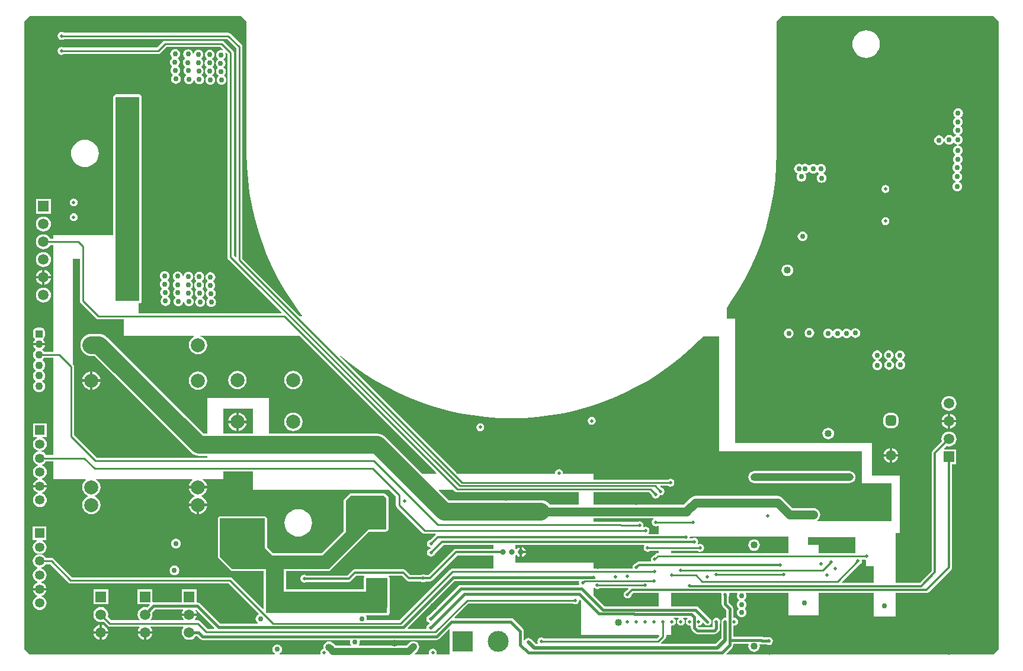
<source format=gbl>
%FSLAX25Y25*%
%MOIN*%
G70*
G01*
G75*
G04 Layer_Physical_Order=4*
G04 Layer_Color=16711680*
%ADD10R,0.05100X0.05100*%
G04:AMPARAMS|DCode=11|XSize=94.49mil|YSize=29.13mil|CornerRadius=0.73mil|HoleSize=0mil|Usage=FLASHONLY|Rotation=270.000|XOffset=0mil|YOffset=0mil|HoleType=Round|Shape=RoundedRectangle|*
%AMROUNDEDRECTD11*
21,1,0.09449,0.02768,0,0,270.0*
21,1,0.09303,0.02913,0,0,270.0*
1,1,0.00146,-0.01384,-0.04652*
1,1,0.00146,-0.01384,0.04652*
1,1,0.00146,0.01384,0.04652*
1,1,0.00146,0.01384,-0.04652*
%
%ADD11ROUNDEDRECTD11*%
%ADD12R,0.03937X0.07087*%
%ADD13R,0.07087X0.03937*%
%ADD14R,0.04724X0.13780*%
%ADD15R,0.05906X0.03543*%
%ADD16R,0.09449X0.11024*%
%ADD17R,0.03150X0.07874*%
%ADD18O,0.07874X0.02362*%
%ADD19R,0.08465X0.04331*%
%ADD20R,0.08465X0.04331*%
%ADD21R,0.08465X0.13780*%
%ADD22R,0.37402X0.41339*%
%ADD23R,0.13780X0.03543*%
%ADD24R,0.08661X0.02362*%
%ADD25R,0.08661X0.02362*%
%ADD26R,0.06693X0.15748*%
%ADD27R,0.13465X0.04921*%
%ADD28R,0.04921X0.02756*%
%ADD29R,0.09843X0.07874*%
%ADD30R,0.13465X0.04724*%
%ADD31R,0.05080X0.05600*%
%ADD32R,0.20472X0.19200*%
%ADD33R,0.07874X0.07874*%
%ADD34R,0.07874X0.07874*%
%ADD35R,0.02165X0.03937*%
%ADD36R,0.05100X0.05100*%
%ADD37R,0.07087X0.04449*%
%ADD38R,0.07874X0.09843*%
%ADD39R,0.04449X0.07087*%
%ADD40C,0.01102*%
%ADD41C,0.03000*%
%ADD42C,0.04331*%
%ADD43C,0.01500*%
%ADD44C,0.02362*%
%ADD45C,0.05000*%
%ADD46C,0.01200*%
%ADD47C,0.02000*%
%ADD48C,0.04000*%
%ADD49C,0.08000*%
%ADD50C,0.10000*%
%ADD51C,0.01969*%
%ADD52C,0.02165*%
%ADD53R,0.03600X0.13800*%
%ADD54R,0.08000X0.29700*%
%ADD55R,0.07000X0.24600*%
%ADD56R,0.06600X0.24400*%
%ADD57R,0.06700X0.20500*%
%ADD58R,0.11300X0.13400*%
%ADD59R,0.09300X0.13200*%
%ADD60R,0.25100X0.17800*%
%ADD61R,0.16300X0.24200*%
%ADD62R,0.31100X0.30000*%
%ADD63R,0.17300X0.10200*%
%ADD64R,0.59000X0.07200*%
%ADD65R,0.10000X0.09200*%
%ADD66R,0.30300X0.11200*%
%ADD67C,0.00197*%
%ADD68C,0.03150*%
%ADD69R,0.11811X0.11811*%
%ADD70C,0.11811*%
%ADD71C,0.05906*%
%ADD72R,0.05906X0.05906*%
%ADD73C,0.04331*%
G04:AMPARAMS|DCode=74|XSize=43.31mil|YSize=43.31mil|CornerRadius=10.83mil|HoleSize=0mil|Usage=FLASHONLY|Rotation=90.000|XOffset=0mil|YOffset=0mil|HoleType=Round|Shape=RoundedRectangle|*
%AMROUNDEDRECTD74*
21,1,0.04331,0.02165,0,0,90.0*
21,1,0.02165,0.04331,0,0,90.0*
1,1,0.02165,0.01083,0.01083*
1,1,0.02165,0.01083,-0.01083*
1,1,0.02165,-0.01083,-0.01083*
1,1,0.02165,-0.01083,0.01083*
%
%ADD74ROUNDEDRECTD74*%
%ADD75C,0.05315*%
%ADD76R,0.05315X0.05315*%
G04:AMPARAMS|DCode=77|XSize=59.06mil|YSize=59.06mil|CornerRadius=14.76mil|HoleSize=0mil|Usage=FLASHONLY|Rotation=90.000|XOffset=0mil|YOffset=0mil|HoleType=Round|Shape=RoundedRectangle|*
%AMROUNDEDRECTD77*
21,1,0.05906,0.02953,0,0,90.0*
21,1,0.02953,0.05906,0,0,90.0*
1,1,0.02953,0.01476,0.01476*
1,1,0.02953,0.01476,-0.01476*
1,1,0.02953,-0.01476,-0.01476*
1,1,0.02953,-0.01476,0.01476*
%
%ADD77ROUNDEDRECTD77*%
%ADD78C,0.07874*%
%ADD79C,0.02000*%
%ADD80C,0.04000*%
%ADD81C,0.03000*%
%ADD82R,0.33700X0.13200*%
%ADD83R,0.09335X0.10100*%
%ADD84R,0.13100X1.68900*%
%ADD85R,0.41700X0.14400*%
%ADD86R,0.19200X0.39100*%
%ADD87R,0.79600X0.20200*%
%ADD88R,0.31800X0.32800*%
%ADD89R,0.10900X0.35200*%
%ADD90R,0.68339X0.12300*%
%ADD91R,0.10300X0.24700*%
%ADD92R,0.11900X0.16700*%
%ADD93R,0.13500X1.15100*%
G36*
X-161765Y-312415D02*
X-184900D01*
X-185583Y-312550D01*
X-186162Y-312937D01*
X-214799Y-341574D01*
X-232926D01*
X-233256Y-341198D01*
X-233177Y-340600D01*
X-233270Y-339895D01*
X-233542Y-339238D01*
X-233593Y-339172D01*
X-233371Y-338723D01*
X-221461D01*
X-220993Y-338630D01*
X-220596Y-338365D01*
X-220331Y-337968D01*
X-220238Y-337500D01*
Y-325200D01*
X-220276Y-325006D01*
Y-317600D01*
X-220370Y-317132D01*
X-220635Y-316735D01*
X-220574Y-316535D01*
X-213260D01*
X-210628Y-319167D01*
X-210033Y-319565D01*
X-209916Y-319588D01*
X-209331Y-319705D01*
X-202613D01*
X-202258Y-319942D01*
X-201400Y-320112D01*
X-200542Y-319942D01*
X-200187Y-319705D01*
X-197369D01*
X-196783Y-319588D01*
X-196667Y-319565D01*
X-196072Y-319167D01*
X-181947Y-305043D01*
X-161765D01*
Y-312415D01*
D02*
G37*
G36*
X-76828Y-299576D02*
X-77072Y-299942D01*
X-77243Y-300800D01*
X-77072Y-301658D01*
X-76586Y-302386D01*
X-75858Y-302872D01*
X-75000Y-303043D01*
X-74142Y-302872D01*
X-73712Y-302586D01*
X-68900D01*
Y-303696D01*
X-69281D01*
X-69964Y-303832D01*
X-70544Y-304219D01*
X-71352Y-305027D01*
X-71858Y-305128D01*
X-72586Y-305614D01*
X-73072Y-306342D01*
X-73243Y-307200D01*
X-73072Y-308058D01*
X-73290Y-308465D01*
X-79900D01*
X-80486Y-308581D01*
X-80602Y-308604D01*
X-81198Y-309002D01*
X-81759Y-309563D01*
X-82177Y-309647D01*
X-82905Y-310133D01*
X-83391Y-310861D01*
X-83562Y-311719D01*
X-83501Y-312028D01*
X-83818Y-312415D01*
X-105400D01*
Y-309272D01*
Y-309200D01*
X-149340D01*
Y-305186D01*
X-149069Y-304833D01*
X-148569D01*
X-148298Y-305186D01*
X-147718Y-305631D01*
X-147043Y-305911D01*
X-147008Y-305915D01*
Y-303208D01*
Y-300499D01*
X-147043Y-300504D01*
X-147718Y-300783D01*
X-148298Y-301228D01*
X-148569Y-301581D01*
X-149069D01*
X-149340Y-301228D01*
Y-299135D01*
X-77064D01*
X-76828Y-299576D01*
D02*
G37*
G36*
X-241900Y-271400D02*
X-223300D01*
X-222057Y-272643D01*
Y-290057D01*
X-222400Y-290400D01*
X-232200D01*
X-254500Y-312700D01*
X-308700D01*
X-315700Y-305700D01*
Y-284200D01*
X-290600D01*
X-290500Y-284300D01*
Y-300800D01*
X-286300Y-305000D01*
X-258000D01*
X-244900Y-291900D01*
Y-274200D01*
X-242000Y-271300D01*
X-241900Y-271400D01*
D02*
G37*
G36*
X-112600Y-330312D02*
Y-349900D01*
X-68778D01*
X-68587Y-350362D01*
X-69940Y-351714D01*
X-133512D01*
X-133942Y-351428D01*
X-134800Y-351257D01*
X-135658Y-351428D01*
X-136386Y-351914D01*
X-136872Y-352642D01*
X-137043Y-353500D01*
X-136872Y-354358D01*
X-136834Y-354416D01*
X-137070Y-354857D01*
X-137971D01*
X-140614Y-352214D01*
X-141342Y-351728D01*
X-142200Y-351557D01*
X-143058Y-351728D01*
X-143786Y-352214D01*
X-144233Y-352883D01*
X-144712Y-352738D01*
Y-347600D01*
X-144712Y-347600D01*
X-144712Y-347600D01*
Y-347600D01*
X-144712D01*
X-144712Y-347600D01*
X-144863Y-346839D01*
X-145294Y-346194D01*
X-150594Y-340894D01*
X-151239Y-340463D01*
X-152000Y-340312D01*
X-183433D01*
X-183625Y-339850D01*
X-175860Y-332085D01*
X-116988D01*
X-116558Y-332372D01*
X-115700Y-332543D01*
X-114842Y-332372D01*
X-114114Y-331886D01*
X-113628Y-331158D01*
X-113457Y-330300D01*
X-113499Y-330090D01*
X-113058Y-329854D01*
X-112600Y-330312D01*
D02*
G37*
G36*
X-34900Y-241100D02*
Y-246400D01*
X45700D01*
Y-253900D01*
Y-264400D01*
X62100D01*
Y-275000D01*
Y-285700D01*
X20651D01*
X20490Y-285226D01*
X21020Y-284820D01*
X21613Y-284047D01*
X21986Y-283147D01*
X22113Y-282181D01*
X21986Y-281215D01*
X21613Y-280315D01*
X21020Y-279542D01*
X20247Y-278949D01*
X19347Y-278576D01*
X18381Y-278449D01*
X6527D01*
X739Y-272661D01*
X-34Y-272068D01*
X-561Y-271850D01*
X-934Y-271695D01*
X-1900Y-271568D01*
X-48100D01*
X-49066Y-271695D01*
X-49966Y-272068D01*
X-50739Y-272661D01*
X-54646Y-276568D01*
X-105400D01*
Y-269585D01*
X-74240D01*
X-72673Y-271152D01*
X-72572Y-271658D01*
X-72086Y-272386D01*
X-71358Y-272872D01*
X-70500Y-273043D01*
X-69642Y-272872D01*
X-68914Y-272386D01*
X-68428Y-271658D01*
X-68393Y-271486D01*
X-67977Y-271208D01*
X-67800Y-271243D01*
X-66942Y-271072D01*
X-66214Y-270586D01*
X-65728Y-269858D01*
X-65557Y-269000D01*
X-65728Y-268142D01*
X-66214Y-267414D01*
X-66942Y-266928D01*
X-67448Y-266827D01*
X-67927Y-266347D01*
X-67736Y-265885D01*
X-63488D01*
X-63058Y-266172D01*
X-62200Y-266343D01*
X-61342Y-266172D01*
X-60614Y-265686D01*
X-60128Y-264958D01*
X-59957Y-264100D01*
X-60128Y-263242D01*
X-60614Y-262514D01*
X-61342Y-262028D01*
X-62200Y-261857D01*
X-63058Y-262028D01*
X-63488Y-262315D01*
X-105400D01*
Y-259900D01*
Y-259100D01*
X-122385D01*
X-122688Y-258731D01*
X-122858Y-257872D01*
X-123345Y-257145D01*
X-124072Y-256658D01*
X-124931Y-256488D01*
X-125789Y-256658D01*
X-126517Y-257145D01*
X-127003Y-257872D01*
X-127174Y-258731D01*
X-127477Y-259100D01*
X-181975D01*
X-248223Y-192852D01*
X-247882Y-192486D01*
X-246150Y-193980D01*
X-240382Y-198482D01*
X-234399Y-202695D01*
X-228217Y-206610D01*
X-221850Y-210217D01*
X-215315Y-213507D01*
X-208625Y-216472D01*
X-201798Y-219105D01*
X-194850Y-221400D01*
X-187798Y-223352D01*
X-180659Y-224955D01*
X-173449Y-226206D01*
X-166187Y-227102D01*
X-158890Y-227640D01*
X-151575Y-227820D01*
X-144260Y-227640D01*
X-136962Y-227102D01*
X-129700Y-226206D01*
X-122491Y-224955D01*
X-115351Y-223352D01*
X-108299Y-221400D01*
X-101351Y-219105D01*
X-94525Y-216472D01*
X-87835Y-213507D01*
X-81299Y-210217D01*
X-74933Y-206610D01*
X-68751Y-202695D01*
X-62768Y-198482D01*
X-57000Y-193980D01*
X-51459Y-189201D01*
X-46160Y-184155D01*
X-43917Y-181800D01*
X-34900D01*
Y-241100D01*
D02*
G37*
G36*
X47523Y-307553D02*
X47900Y-307628D01*
Y-310200D01*
Y-311200D01*
X52200D01*
Y-320465D01*
X34276D01*
X34084Y-320003D01*
X43733Y-310354D01*
X44239Y-310253D01*
X44967Y-309767D01*
X45453Y-309039D01*
X45624Y-308181D01*
X45453Y-307323D01*
X45483Y-307266D01*
X47093D01*
X47523Y-307553D01*
D02*
G37*
G36*
X4200Y-300100D02*
Y-303696D01*
X-61865D01*
Y-302586D01*
X-46788D01*
X-46358Y-302872D01*
X-45500Y-303043D01*
X-44642Y-302872D01*
X-43914Y-302386D01*
X-43428Y-301658D01*
X-43257Y-300800D01*
X-43428Y-299942D01*
X-43914Y-299214D01*
X-44642Y-298728D01*
X-45500Y-298557D01*
X-46358Y-298728D01*
X-46466Y-298800D01*
X-46788Y-298479D01*
Y-298398D01*
X-46628Y-298158D01*
X-46457Y-297300D01*
X-46628Y-296442D01*
X-47114Y-295714D01*
X-47842Y-295228D01*
X-48700Y-295057D01*
X-49558Y-295228D01*
X-49913Y-295465D01*
X-51075D01*
X-51392Y-295078D01*
X-51357Y-294900D01*
X-51380Y-294787D01*
X-51062Y-294400D01*
X-32066D01*
X-31496Y-294456D01*
X-31447Y-294451D01*
X-31398Y-294456D01*
X-30828Y-294400D01*
X4200D01*
Y-300100D01*
D02*
G37*
G36*
X-71532Y-284510D02*
X-71986Y-284814D01*
X-72472Y-285542D01*
X-72643Y-286400D01*
X-72472Y-287258D01*
X-71986Y-287986D01*
X-71258Y-288472D01*
X-70400Y-288643D01*
X-69542Y-288472D01*
X-69341Y-288338D01*
X-68900Y-288574D01*
Y-292965D01*
X-74336D01*
X-74572Y-292524D01*
X-74128Y-291858D01*
X-73957Y-291000D01*
X-74128Y-290142D01*
X-74614Y-289414D01*
X-75342Y-288928D01*
X-76200Y-288757D01*
X-77058Y-288928D01*
X-77072Y-288937D01*
X-77488Y-288659D01*
X-77357Y-288000D01*
X-77528Y-287142D01*
X-78014Y-286414D01*
X-78742Y-285928D01*
X-79600Y-285757D01*
X-80458Y-285928D01*
X-80888Y-286214D01*
X-89221D01*
X-89317Y-286150D01*
X-90000Y-286015D01*
X-90503Y-286115D01*
X-105400D01*
Y-284032D01*
X-71677D01*
X-71532Y-284510D01*
D02*
G37*
G36*
X-183362Y-269062D02*
X-182783Y-269450D01*
X-182100Y-269585D01*
X-113765D01*
Y-276568D01*
X-130042D01*
X-130595Y-275895D01*
X-131539Y-275120D01*
X-132616Y-274544D01*
X-133785Y-274190D01*
X-135000Y-274070D01*
X-186919D01*
X-192587Y-268403D01*
X-192395Y-267941D01*
X-184484D01*
X-183362Y-269062D01*
D02*
G37*
G36*
X42000Y-301300D02*
Y-303409D01*
D01*
Y-303409D01*
X41713Y-303696D01*
X21200D01*
Y-299181D01*
X15100D01*
Y-294700D01*
X42000D01*
Y-301300D01*
D02*
G37*
G36*
X-394585Y-161600D02*
X-394450Y-162283D01*
X-394062Y-162863D01*
X-385262Y-171662D01*
X-384683Y-172050D01*
X-384000Y-172186D01*
X-369700D01*
Y-181419D01*
Y-181500D01*
X-330393D01*
X-330295Y-181990D01*
X-330591Y-182113D01*
X-331664Y-182936D01*
X-332487Y-184009D01*
X-333005Y-185259D01*
X-333181Y-186600D01*
X-333005Y-187941D01*
X-332487Y-189191D01*
X-331664Y-190264D01*
X-330591Y-191087D01*
X-329341Y-191605D01*
X-328000Y-191781D01*
X-326659Y-191605D01*
X-325409Y-191087D01*
X-324336Y-190264D01*
X-323513Y-189191D01*
X-322995Y-187941D01*
X-322819Y-186600D01*
X-322995Y-185259D01*
X-323513Y-184009D01*
X-324336Y-182936D01*
X-325409Y-182113D01*
X-326653Y-181598D01*
Y-181597D01*
X-326653D01*
X-326659Y-181595D01*
Y-181595D01*
X-326653Y-181500D01*
X-270925D01*
X-193787Y-258638D01*
X-193978Y-259100D01*
X-201889D01*
X-222595Y-238395D01*
X-223539Y-237620D01*
X-224616Y-237044D01*
X-225785Y-236690D01*
X-227000Y-236570D01*
X-227000Y-236570D01*
X-288200D01*
Y-216472D01*
Y-216400D01*
X-322900D01*
Y-236570D01*
X-324920D01*
X-379295Y-182195D01*
X-380239Y-181420D01*
X-381316Y-180844D01*
X-382485Y-180490D01*
X-383700Y-180370D01*
X-383700Y-180370D01*
X-388000D01*
X-389215Y-180490D01*
X-390384Y-180844D01*
X-391461Y-181420D01*
X-392405Y-182195D01*
X-393180Y-183139D01*
X-393756Y-184216D01*
X-394110Y-185385D01*
X-394230Y-186600D01*
X-394110Y-187815D01*
X-393756Y-188984D01*
X-393180Y-190061D01*
X-392405Y-191005D01*
X-391461Y-191780D01*
X-390384Y-192356D01*
X-389215Y-192710D01*
X-388000Y-192830D01*
X-386281D01*
X-331905Y-247205D01*
X-331905Y-247205D01*
X-330961Y-247980D01*
X-329884Y-248556D01*
X-328715Y-248910D01*
X-327500Y-249030D01*
X-327500Y-249030D01*
X-322900D01*
Y-250014D01*
X-385060D01*
X-397814Y-237260D01*
Y-206300D01*
Y-198700D01*
X-397950Y-198017D01*
X-398300Y-197494D01*
Y-138000D01*
X-394585D01*
Y-161600D01*
D02*
G37*
G36*
X-300637Y-4527D02*
Y-78740D01*
X-300655D01*
X-300475Y-86055D01*
X-299937Y-93353D01*
X-299041Y-100615D01*
X-297790Y-107824D01*
X-296187Y-114964D01*
X-294235Y-122016D01*
X-291940Y-128964D01*
X-289306Y-135791D01*
X-286341Y-142480D01*
X-283051Y-149016D01*
X-279445Y-155382D01*
X-275530Y-161564D01*
X-271317Y-167547D01*
X-269415Y-169984D01*
X-269634Y-170433D01*
X-270642D01*
X-303014Y-138060D01*
Y-18800D01*
X-303150Y-18117D01*
X-303538Y-17537D01*
X-309737Y-11338D01*
X-310317Y-10950D01*
X-311000Y-10814D01*
X-403512D01*
X-403942Y-10528D01*
X-404800Y-10357D01*
X-405658Y-10528D01*
X-406386Y-11014D01*
X-406872Y-11742D01*
X-407043Y-12600D01*
X-406872Y-13458D01*
X-406386Y-14186D01*
X-405658Y-14672D01*
X-404800Y-14843D01*
X-403942Y-14672D01*
X-403512Y-14386D01*
X-311740D01*
X-306586Y-19540D01*
Y-136936D01*
X-307047Y-137127D01*
X-307914Y-136260D01*
Y-27800D01*
Y-22100D01*
X-308050Y-21417D01*
X-308437Y-20838D01*
X-313438Y-15837D01*
X-314017Y-15450D01*
X-314700Y-15315D01*
X-346500D01*
X-347183Y-15450D01*
X-347762Y-15837D01*
X-351177Y-19252D01*
X-403561D01*
X-403990Y-18965D01*
X-404849Y-18795D01*
X-405707Y-18965D01*
X-406435Y-19452D01*
X-406921Y-20179D01*
X-407092Y-21038D01*
X-406921Y-21896D01*
X-406435Y-22624D01*
X-405707Y-23110D01*
X-404849Y-23281D01*
X-403990Y-23110D01*
X-403561Y-22823D01*
X-350438D01*
X-349755Y-22687D01*
X-349175Y-22300D01*
X-345760Y-18886D01*
X-315440D01*
X-313968Y-20357D01*
X-314246Y-20773D01*
X-314495Y-20670D01*
X-315200Y-20577D01*
X-315905Y-20670D01*
X-316562Y-20942D01*
X-317126Y-21374D01*
X-317558Y-21938D01*
X-317830Y-22595D01*
X-317923Y-23300D01*
X-317830Y-24005D01*
X-317558Y-24662D01*
X-317126Y-25226D01*
X-316949Y-25362D01*
X-316949Y-25862D01*
X-317226Y-26074D01*
X-317658Y-26638D01*
X-317931Y-27295D01*
X-318023Y-28000D01*
X-317931Y-28705D01*
X-317658Y-29362D01*
X-317226Y-29926D01*
X-316964Y-30127D01*
X-316964Y-30627D01*
X-317026Y-30674D01*
X-317458Y-31238D01*
X-317730Y-31895D01*
X-317823Y-32600D01*
X-317730Y-33305D01*
X-317458Y-33962D01*
X-317026Y-34526D01*
X-316518Y-34915D01*
Y-35095D01*
X-316713Y-35564D01*
X-316726Y-35574D01*
X-317158Y-36138D01*
X-317430Y-36795D01*
X-317523Y-37500D01*
X-317430Y-38205D01*
X-317158Y-38862D01*
X-316726Y-39426D01*
X-316162Y-39858D01*
X-315505Y-40130D01*
X-314800Y-40223D01*
X-314095Y-40130D01*
X-313438Y-39858D01*
X-312874Y-39426D01*
X-312442Y-38862D01*
X-312170Y-38205D01*
X-312077Y-37500D01*
X-312170Y-36795D01*
X-312442Y-36138D01*
X-312874Y-35574D01*
X-313438Y-35142D01*
X-313738Y-35017D01*
Y-34958D01*
X-313174Y-34526D01*
X-312742Y-33962D01*
X-312470Y-33305D01*
X-312377Y-32600D01*
X-312470Y-31895D01*
X-312742Y-31238D01*
X-313174Y-30674D01*
X-313738Y-30242D01*
X-313743Y-30208D01*
X-313374Y-29926D01*
X-312942Y-29362D01*
X-312669Y-28705D01*
X-312577Y-28000D01*
X-312669Y-27295D01*
X-312942Y-26638D01*
X-313374Y-26074D01*
X-313845Y-25713D01*
X-313838Y-25658D01*
X-313274Y-25226D01*
X-312842Y-24662D01*
X-312569Y-24005D01*
X-312477Y-23300D01*
X-312569Y-22595D01*
X-312673Y-22346D01*
X-312257Y-22068D01*
X-311486Y-22840D01*
Y-27800D01*
Y-137000D01*
X-311350Y-137683D01*
X-310963Y-138262D01*
X-281072Y-168153D01*
X-281264Y-168614D01*
X-361400D01*
Y-163124D01*
X-360900D01*
X-360432Y-163030D01*
X-360035Y-162765D01*
X-359770Y-162368D01*
X-359677Y-161900D01*
Y-46800D01*
X-359770Y-46332D01*
X-360035Y-45935D01*
X-360432Y-45670D01*
X-360900Y-45577D01*
X-374400D01*
X-374868Y-45670D01*
X-375265Y-45935D01*
X-375530Y-46332D01*
X-375623Y-46800D01*
Y-124880D01*
X-409565D01*
Y-126722D01*
X-411236D01*
X-411364Y-126413D01*
X-412030Y-125546D01*
X-412897Y-124880D01*
X-413907Y-124461D01*
X-414991Y-124319D01*
X-416075Y-124461D01*
X-417086Y-124880D01*
X-417953Y-125546D01*
X-418619Y-126413D01*
X-419037Y-127423D01*
X-419180Y-128507D01*
X-419037Y-129591D01*
X-418619Y-130602D01*
X-417953Y-131469D01*
X-417086Y-132135D01*
X-416075Y-132553D01*
X-414991Y-132696D01*
X-413907Y-132553D01*
X-412897Y-132135D01*
X-412030Y-131469D01*
X-411364Y-130602D01*
X-411236Y-130293D01*
X-409565D01*
Y-190302D01*
X-414647D01*
X-415119Y-189687D01*
X-415822Y-189148D01*
Y-189122D01*
D01*
X-415119Y-188582D01*
X-414579Y-187879D01*
X-414240Y-187061D01*
X-414215Y-186871D01*
X-420823D01*
X-420798Y-187061D01*
X-420459Y-187879D01*
X-419919Y-188582D01*
X-419525Y-188885D01*
Y-189385D01*
X-419919Y-189687D01*
X-420459Y-190390D01*
X-420798Y-191209D01*
X-420913Y-192088D01*
X-420798Y-192966D01*
X-420459Y-193785D01*
X-419919Y-194488D01*
X-419525Y-194790D01*
Y-195290D01*
X-419919Y-195593D01*
X-420459Y-196296D01*
X-420798Y-197115D01*
X-420913Y-197993D01*
X-420798Y-198872D01*
X-420459Y-199690D01*
X-419919Y-200393D01*
X-419525Y-200696D01*
Y-201196D01*
X-419919Y-201498D01*
X-420459Y-202201D01*
X-420798Y-203020D01*
X-420913Y-203899D01*
X-420798Y-204777D01*
X-420459Y-205596D01*
X-419919Y-206299D01*
X-419525Y-206601D01*
Y-207101D01*
X-419919Y-207404D01*
X-420459Y-208107D01*
X-420798Y-208926D01*
X-420913Y-209804D01*
X-420798Y-210683D01*
X-420459Y-211501D01*
X-419919Y-212204D01*
X-419216Y-212744D01*
X-418398Y-213083D01*
X-417519Y-213198D01*
X-416640Y-213083D01*
X-415822Y-212744D01*
X-415119Y-212204D01*
X-414579Y-211501D01*
X-414240Y-210683D01*
X-414125Y-209804D01*
X-414240Y-208926D01*
X-414579Y-208107D01*
X-415119Y-207404D01*
X-415822Y-206865D01*
Y-206838D01*
D01*
X-415119Y-206299D01*
X-414579Y-205596D01*
X-414240Y-204777D01*
X-414125Y-203899D01*
X-414240Y-203020D01*
X-414579Y-202201D01*
X-415119Y-201498D01*
X-415822Y-200959D01*
X-415119Y-200393D01*
X-415119Y-200393D01*
X-414579Y-199690D01*
X-414240Y-198872D01*
X-414125Y-197993D01*
X-414240Y-197115D01*
X-414579Y-196296D01*
X-415119Y-195593D01*
X-415822Y-195054D01*
Y-195027D01*
X-415119Y-194488D01*
X-414647Y-193873D01*
X-409565D01*
Y-248489D01*
X-413563D01*
X-413629Y-248330D01*
X-414247Y-247524D01*
X-415053Y-246905D01*
X-415991Y-246517D01*
X-416998Y-246384D01*
X-418006Y-246517D01*
X-418944Y-246905D01*
X-419750Y-247524D01*
X-420368Y-248330D01*
X-420757Y-249268D01*
X-420889Y-250275D01*
X-420757Y-251282D01*
X-420368Y-252220D01*
X-419750Y-253026D01*
X-418944Y-253644D01*
X-418177Y-253962D01*
Y-254462D01*
X-418944Y-254780D01*
X-419750Y-255398D01*
X-420368Y-256204D01*
X-420757Y-257142D01*
X-420889Y-258149D01*
X-420757Y-259156D01*
X-420368Y-260094D01*
X-419750Y-260900D01*
X-418944Y-261519D01*
X-418177Y-261836D01*
Y-262336D01*
X-418944Y-262653D01*
X-419750Y-263272D01*
X-420368Y-264078D01*
X-420757Y-265016D01*
X-420799Y-265334D01*
X-413198D01*
X-413240Y-265016D01*
X-413629Y-264078D01*
X-414247Y-263272D01*
X-415053Y-262653D01*
X-415820Y-262336D01*
Y-261836D01*
X-415053Y-261519D01*
X-414247Y-260900D01*
X-413629Y-260094D01*
X-413240Y-259156D01*
X-413108Y-258149D01*
X-413240Y-257142D01*
X-413629Y-256204D01*
X-414247Y-255398D01*
X-415053Y-254780D01*
X-415820Y-254462D01*
Y-253962D01*
X-415053Y-253644D01*
X-414247Y-253026D01*
X-413629Y-252220D01*
X-413563Y-252061D01*
X-409565D01*
Y-262082D01*
X-391329D01*
X-391168Y-262556D01*
X-391664Y-262936D01*
X-392487Y-264009D01*
X-393005Y-265259D01*
X-393181Y-266600D01*
X-393005Y-267941D01*
X-392487Y-269191D01*
X-391664Y-270264D01*
X-390591Y-271087D01*
X-389956Y-271350D01*
Y-271850D01*
X-390591Y-272113D01*
X-391664Y-272936D01*
X-392487Y-274009D01*
X-393005Y-275259D01*
X-393181Y-276600D01*
X-393005Y-277941D01*
X-392487Y-279191D01*
X-391664Y-280264D01*
X-390591Y-281087D01*
X-389341Y-281605D01*
X-388000Y-281781D01*
X-386659Y-281605D01*
X-385409Y-281087D01*
X-384336Y-280264D01*
X-383513Y-279191D01*
X-382995Y-277941D01*
X-382819Y-276600D01*
X-382995Y-275259D01*
X-383513Y-274009D01*
X-384336Y-272936D01*
X-385409Y-272113D01*
X-386044Y-271850D01*
Y-271350D01*
X-385409Y-271087D01*
X-384336Y-270264D01*
X-383513Y-269191D01*
X-382995Y-267941D01*
X-382819Y-266600D01*
X-382995Y-265259D01*
X-383513Y-264009D01*
X-384336Y-262936D01*
X-385409Y-262113D01*
X-385403Y-262082D01*
X-331329D01*
X-331168Y-262556D01*
X-331664Y-262936D01*
X-332487Y-264009D01*
X-333005Y-265259D01*
X-333091Y-265911D01*
X-322909D01*
X-322995Y-265259D01*
X-323513Y-264009D01*
X-324336Y-262936D01*
X-325409Y-262113D01*
X-325403Y-262082D01*
X-313665D01*
Y-257886D01*
X-297265D01*
Y-267882D01*
Y-267941D01*
X-220484D01*
X-216686Y-271740D01*
Y-276700D01*
X-216550Y-277383D01*
X-216162Y-277962D01*
X-201863Y-292263D01*
X-201283Y-292650D01*
X-200600Y-292786D01*
X-194286D01*
X-194141Y-293264D01*
X-194498Y-293502D01*
X-197340Y-296344D01*
X-197758Y-296428D01*
X-198486Y-296914D01*
X-198972Y-297642D01*
X-199143Y-298500D01*
X-198972Y-299358D01*
X-198486Y-300086D01*
X-197758Y-300572D01*
X-197285Y-300666D01*
X-197203Y-300939D01*
X-197460Y-301368D01*
X-197758Y-301428D01*
X-198486Y-301914D01*
X-198972Y-302642D01*
X-199143Y-303500D01*
X-198972Y-304358D01*
X-198486Y-305086D01*
X-197758Y-305572D01*
X-196900Y-305743D01*
X-196042Y-305572D01*
X-195314Y-305086D01*
X-194828Y-304358D01*
X-194744Y-303940D01*
X-189940Y-299135D01*
X-161765D01*
Y-301372D01*
X-182707D01*
X-183293Y-301488D01*
X-183410Y-301512D01*
X-184005Y-301910D01*
X-198129Y-316034D01*
X-200187D01*
X-200542Y-315797D01*
X-201400Y-315626D01*
X-202258Y-315797D01*
X-202613Y-316034D01*
X-208571D01*
X-211202Y-313402D01*
X-211798Y-313004D01*
X-211914Y-312981D01*
X-212500Y-312865D01*
X-239800D01*
X-240502Y-313004D01*
X-241098Y-313402D01*
X-243960Y-316265D01*
X-266987D01*
X-267342Y-316028D01*
X-268200Y-315857D01*
X-269058Y-316028D01*
X-269786Y-316514D01*
X-270272Y-317242D01*
X-270443Y-318100D01*
X-270272Y-318958D01*
X-269786Y-319686D01*
X-269058Y-320172D01*
X-268200Y-320343D01*
X-267342Y-320172D01*
X-266987Y-319935D01*
X-243200D01*
X-242614Y-319819D01*
X-242498Y-319796D01*
X-241902Y-319398D01*
X-239040Y-316535D01*
X-234662D01*
X-234426Y-316976D01*
X-234530Y-317132D01*
X-234624Y-317600D01*
Y-323976D01*
X-278377D01*
Y-313924D01*
X-254500D01*
X-254032Y-313830D01*
X-253635Y-313565D01*
X-231693Y-291623D01*
X-222400D01*
X-221932Y-291530D01*
X-221535Y-291265D01*
X-221192Y-290922D01*
X-220926Y-290525D01*
X-220833Y-290057D01*
Y-272643D01*
X-220926Y-272175D01*
X-221192Y-271778D01*
X-222435Y-270535D01*
X-222832Y-270270D01*
X-223300Y-270177D01*
X-241522D01*
X-241532Y-270170D01*
X-242000Y-270076D01*
X-242468Y-270170D01*
X-242865Y-270435D01*
X-245765Y-273335D01*
X-246030Y-273732D01*
X-246124Y-274200D01*
Y-291393D01*
X-258507Y-303777D01*
X-285793D01*
X-289277Y-300293D01*
Y-284300D01*
X-289370Y-283832D01*
X-289635Y-283435D01*
X-289735Y-283335D01*
X-290132Y-283070D01*
X-290600Y-282977D01*
X-315700D01*
X-316168Y-283070D01*
X-316565Y-283335D01*
X-316830Y-283732D01*
X-316923Y-284200D01*
Y-305700D01*
X-316830Y-306168D01*
X-316565Y-306565D01*
X-309565Y-313565D01*
X-309168Y-313830D01*
X-308700Y-313924D01*
X-291124D01*
Y-333500D01*
X-291030Y-333968D01*
X-291023Y-333979D01*
Y-334880D01*
X-291485Y-335071D01*
X-308719Y-317838D01*
X-309298Y-317450D01*
X-309982Y-317315D01*
X-398883D01*
X-409237Y-306961D01*
X-409817Y-306573D01*
X-410500Y-306437D01*
X-413716D01*
X-413782Y-306278D01*
X-414400Y-305472D01*
X-415206Y-304854D01*
X-416144Y-304465D01*
X-417151Y-304332D01*
X-418158Y-304465D01*
X-419097Y-304854D01*
X-419903Y-305472D01*
X-420521Y-306278D01*
X-420910Y-307216D01*
X-421042Y-308223D01*
X-420910Y-309230D01*
X-420521Y-310168D01*
X-419903Y-310974D01*
X-419097Y-311593D01*
X-418330Y-311910D01*
Y-312410D01*
X-419097Y-312727D01*
X-419903Y-313346D01*
X-420521Y-314152D01*
X-420910Y-315090D01*
X-421042Y-316097D01*
X-420910Y-317104D01*
X-420521Y-318042D01*
X-419903Y-318848D01*
X-419097Y-319467D01*
X-418330Y-319784D01*
Y-320284D01*
X-419097Y-320602D01*
X-419903Y-321220D01*
X-420521Y-322026D01*
X-420910Y-322964D01*
X-420951Y-323282D01*
X-413351D01*
X-413393Y-322964D01*
X-413782Y-322026D01*
X-414400Y-321220D01*
X-415206Y-320602D01*
X-415972Y-320284D01*
Y-319784D01*
X-415206Y-319467D01*
X-414400Y-318848D01*
X-413782Y-318042D01*
X-413393Y-317104D01*
X-413261Y-316097D01*
X-413393Y-315090D01*
X-413782Y-314152D01*
X-414400Y-313346D01*
X-415206Y-312727D01*
X-415972Y-312410D01*
Y-311910D01*
X-415206Y-311593D01*
X-414400Y-310974D01*
X-413782Y-310168D01*
X-413716Y-310009D01*
X-411240D01*
X-400886Y-320362D01*
X-400306Y-320750D01*
X-399623Y-320885D01*
X-310721D01*
X-293875Y-337732D01*
X-293973Y-338222D01*
X-294262Y-338341D01*
X-294826Y-338774D01*
X-295258Y-339338D01*
X-295531Y-339995D01*
X-295623Y-340700D01*
X-295531Y-341405D01*
X-295258Y-342062D01*
X-294826Y-342626D01*
X-294458Y-342908D01*
X-294618Y-343382D01*
X-315607D01*
X-326894Y-332094D01*
X-327539Y-331663D01*
X-328300Y-331512D01*
X-328818D01*
Y-324154D01*
X-337124D01*
Y-331512D01*
X-353012D01*
X-353280Y-331565D01*
X-353667Y-331248D01*
Y-324154D01*
X-361972D01*
Y-332460D01*
X-355437D01*
X-355246Y-332922D01*
X-356630Y-334305D01*
X-356736Y-334261D01*
X-357820Y-334119D01*
X-358904Y-334261D01*
X-359914Y-334680D01*
X-360782Y-335346D01*
X-361447Y-336213D01*
X-361866Y-337223D01*
X-362008Y-338307D01*
X-361866Y-339391D01*
X-361447Y-340402D01*
X-360937Y-341066D01*
X-361158Y-341514D01*
X-376936D01*
X-378751Y-339700D01*
X-378623Y-339391D01*
X-378480Y-338307D01*
X-378623Y-337223D01*
X-379041Y-336213D01*
X-379707Y-335346D01*
X-380574Y-334680D01*
X-381585Y-334261D01*
X-382669Y-334119D01*
X-383753Y-334261D01*
X-384763Y-334680D01*
X-385630Y-335346D01*
X-386296Y-336213D01*
X-386714Y-337223D01*
X-386857Y-338307D01*
X-386714Y-339391D01*
X-386296Y-340402D01*
X-385630Y-341269D01*
X-384763Y-341935D01*
X-383753Y-342353D01*
X-382669Y-342496D01*
X-381585Y-342353D01*
X-381276Y-342225D01*
X-378938Y-344563D01*
D01*
X-378938D01*
X-378938Y-344563D01*
X-378938Y-344563D01*
X-378938D01*
D01*
X-378938D01*
X-378938Y-344563D01*
Y-344563D01*
X-378938Y-344563D01*
Y-344563D01*
X-378359Y-344950D01*
X-377676Y-345086D01*
X-361147D01*
X-360926Y-345534D01*
X-361447Y-346213D01*
X-361866Y-347223D01*
X-361918Y-347618D01*
X-353722D01*
X-353774Y-347223D01*
X-354192Y-346213D01*
X-354858Y-345345D01*
X-354770Y-345086D01*
X-336298D01*
X-336077Y-345534D01*
X-336598Y-346213D01*
X-337017Y-347223D01*
X-337159Y-348307D01*
X-337017Y-349391D01*
X-336598Y-350402D01*
X-335933Y-351269D01*
X-335065Y-351935D01*
X-334055Y-352353D01*
X-332971Y-352496D01*
X-331887Y-352353D01*
X-330877Y-351935D01*
X-330009Y-351269D01*
X-329344Y-350402D01*
X-329300Y-350295D01*
X-328658D01*
X-326906Y-352047D01*
X-326261Y-352478D01*
X-325500Y-352629D01*
X-242546D01*
X-242268Y-353045D01*
X-242331Y-353195D01*
X-242423Y-353900D01*
X-242331Y-354605D01*
X-242058Y-355262D01*
X-241934Y-355424D01*
X-242155Y-355872D01*
X-250663D01*
X-250761Y-355775D01*
X-251262Y-355122D01*
X-251600Y-354862D01*
X-252018Y-354318D01*
X-252686Y-353805D01*
X-253465Y-353482D01*
X-254300Y-353372D01*
X-255135Y-353482D01*
X-255914Y-353805D01*
X-256582Y-354318D01*
X-257095Y-354986D01*
X-257418Y-355765D01*
X-257528Y-356600D01*
X-257418Y-357435D01*
X-257576Y-357731D01*
X-257892Y-357794D01*
X-258620Y-358280D01*
X-259106Y-359008D01*
X-259277Y-359866D01*
X-259172Y-360394D01*
X-259489Y-360781D01*
X-282118D01*
X-282215Y-360290D01*
X-282138Y-360258D01*
X-281574Y-359826D01*
X-281142Y-359262D01*
X-280870Y-358605D01*
X-280777Y-357900D01*
X-280870Y-357195D01*
X-281142Y-356538D01*
X-281574Y-355974D01*
X-282138Y-355542D01*
X-282795Y-355270D01*
X-283500Y-355177D01*
X-284205Y-355270D01*
X-284862Y-355542D01*
X-285426Y-355974D01*
X-285858Y-356538D01*
X-286130Y-357195D01*
X-286223Y-357900D01*
X-286130Y-358605D01*
X-285858Y-359262D01*
X-285426Y-359826D01*
X-284862Y-360258D01*
X-284785Y-360290D01*
X-284882Y-360781D01*
X-422639D01*
X-425741Y-357678D01*
Y-4527D01*
X-422639Y-1424D01*
X-303740D01*
X-300637Y-4527D01*
D02*
G37*
G36*
X-297265Y-236570D02*
X-313665D01*
Y-222582D01*
X-297265D01*
Y-236570D01*
D02*
G37*
G36*
X-33483Y-326645D02*
X-33543Y-326946D01*
X-33372Y-327804D01*
X-33307Y-327902D01*
Y-332481D01*
X-33156Y-333242D01*
X-32725Y-333887D01*
X-30830Y-335782D01*
Y-339756D01*
X-31216Y-340074D01*
X-31300Y-340057D01*
X-32158Y-340228D01*
X-32886Y-340714D01*
X-33372Y-341442D01*
X-33543Y-342300D01*
Y-351671D01*
X-36729Y-354857D01*
X-67378D01*
X-67570Y-354395D01*
X-65038Y-351863D01*
X-64650Y-351283D01*
X-64514Y-350600D01*
X-64514Y-350600D01*
X-64514Y-350600D01*
Y-350600D01*
Y-349900D01*
X-61865D01*
Y-344825D01*
X-61478Y-344508D01*
X-61300Y-344543D01*
X-60442Y-344372D01*
X-59714Y-343886D01*
X-59228Y-343158D01*
X-59057Y-342300D01*
X-59228Y-341442D01*
X-59714Y-340714D01*
X-60442Y-340228D01*
X-61300Y-340057D01*
X-61231Y-339988D01*
X-57661D01*
X-57516Y-340467D01*
X-57886Y-340714D01*
X-58372Y-341442D01*
X-58543Y-342300D01*
X-58372Y-343158D01*
X-57886Y-343886D01*
X-57158Y-344372D01*
X-56300Y-344543D01*
X-55442Y-344372D01*
X-54714Y-343886D01*
X-54228Y-343158D01*
X-54057Y-342300D01*
X-54228Y-341442D01*
X-54714Y-340714D01*
X-55084Y-340467D01*
X-54939Y-339988D01*
X-52661D01*
X-52516Y-340467D01*
X-52886Y-340714D01*
X-53372Y-341442D01*
X-53543Y-342300D01*
X-53372Y-343158D01*
X-52886Y-343886D01*
X-52158Y-344372D01*
X-51300Y-344543D01*
X-51133Y-344510D01*
X-50747Y-344827D01*
Y-345641D01*
X-50747Y-345641D01*
X-50747D01*
X-50595Y-346402D01*
X-50165Y-347047D01*
X-48406Y-348806D01*
X-48406Y-348806D01*
X-48406D01*
X-48406Y-348806D01*
X-48406D01*
X-48406Y-348806D01*
Y-348806D01*
Y-348806D01*
D01*
D01*
X-48406D01*
Y-348806D01*
X-47761Y-349237D01*
X-47000Y-349388D01*
X-37519D01*
X-36758Y-349237D01*
X-36113Y-348806D01*
X-34913Y-347606D01*
X-34482Y-346961D01*
X-34331Y-346200D01*
X-34331Y-346200D01*
X-34331Y-346200D01*
Y-346200D01*
Y-343313D01*
X-34228Y-343158D01*
X-34057Y-342300D01*
X-34228Y-341442D01*
X-34714Y-340714D01*
X-35442Y-340228D01*
X-36300Y-340057D01*
X-37158Y-340228D01*
X-37886Y-340714D01*
X-38372Y-341442D01*
X-38543Y-342300D01*
X-38372Y-343158D01*
X-38307Y-343256D01*
Y-345376D01*
X-38342Y-345412D01*
X-46176D01*
X-46621Y-344967D01*
X-46385Y-344526D01*
X-46300Y-344543D01*
X-45442Y-344372D01*
X-44714Y-343886D01*
X-44228Y-343158D01*
X-44170Y-342866D01*
X-43829Y-342763D01*
X-43400Y-343020D01*
X-43372Y-343158D01*
X-42886Y-343886D01*
X-42158Y-344372D01*
X-41300Y-344543D01*
X-40442Y-344372D01*
X-39714Y-343886D01*
X-39228Y-343158D01*
X-39057Y-342300D01*
X-39228Y-341442D01*
X-39714Y-340714D01*
X-40442Y-340228D01*
X-40590Y-340198D01*
X-46594Y-334194D01*
X-47239Y-333763D01*
X-48000Y-333612D01*
X-61865D01*
Y-326258D01*
X-33800D01*
X-33483Y-326645D01*
D02*
G37*
G36*
X-186305Y-346570D02*
Y-360427D01*
X-186305Y-360427D01*
X-186305D01*
X-186305Y-360506D01*
X-186581Y-360781D01*
X-193458D01*
X-193775Y-360394D01*
X-193657Y-359800D01*
X-193828Y-358942D01*
X-194314Y-358214D01*
X-195042Y-357728D01*
X-195900Y-357557D01*
X-196758Y-357728D01*
X-197486Y-358214D01*
X-197972Y-358942D01*
X-198143Y-359800D01*
X-198025Y-360394D01*
X-198342Y-360781D01*
X-205863D01*
X-206054Y-360319D01*
X-204518Y-358782D01*
X-204005Y-358114D01*
X-203682Y-357335D01*
X-203572Y-356500D01*
X-203682Y-355665D01*
X-204005Y-354886D01*
X-204518Y-354218D01*
X-205186Y-353705D01*
X-205965Y-353382D01*
X-206800Y-353272D01*
X-207635Y-353382D01*
X-208414Y-353705D01*
X-209082Y-354218D01*
X-210737Y-355872D01*
X-237245D01*
X-237466Y-355424D01*
X-237342Y-355262D01*
X-237070Y-354605D01*
X-236977Y-353900D01*
X-237070Y-353195D01*
X-237132Y-353045D01*
X-236854Y-352629D01*
X-193841D01*
X-193080Y-352478D01*
X-192436Y-352047D01*
X-192436Y-352047D01*
X-192436Y-352047D01*
X-186767Y-346379D01*
X-186305Y-346570D01*
D02*
G37*
G36*
X-336386Y-335937D02*
X-336598Y-336213D01*
X-337017Y-337223D01*
X-337069Y-337618D01*
X-328873D01*
X-328925Y-337223D01*
X-329344Y-336213D01*
X-329556Y-335937D01*
X-329455Y-335732D01*
X-328961Y-335650D01*
X-318799Y-345812D01*
X-318991Y-346274D01*
X-322701D01*
X-326938Y-342038D01*
X-327517Y-341650D01*
X-328200Y-341514D01*
X-329632D01*
X-329853Y-341066D01*
X-329344Y-340402D01*
X-328925Y-339391D01*
X-328873Y-338996D01*
X-337069D01*
X-337017Y-339391D01*
X-336598Y-340402D01*
X-336088Y-341066D01*
X-336310Y-341514D01*
X-354481D01*
X-354702Y-341066D01*
X-354192Y-340402D01*
X-353774Y-339391D01*
X-353631Y-338307D01*
X-353774Y-337223D01*
X-353818Y-337117D01*
X-352189Y-335488D01*
X-336608D01*
X-336386Y-335937D01*
D02*
G37*
G36*
X-113579Y-319675D02*
X-113743Y-320500D01*
X-113599Y-321225D01*
X-113916Y-321612D01*
X-180031D01*
X-180792Y-321763D01*
X-181437Y-322194D01*
X-197941Y-338698D01*
X-198089Y-338728D01*
X-198817Y-339214D01*
X-199303Y-339942D01*
X-199474Y-340800D01*
X-199303Y-341658D01*
X-198817Y-342386D01*
X-198089Y-342872D01*
X-197797Y-342931D01*
X-197693Y-343271D01*
X-197950Y-343700D01*
X-198089Y-343728D01*
X-198817Y-344214D01*
X-199303Y-344942D01*
X-199474Y-345800D01*
X-199456Y-345888D01*
X-199774Y-346274D01*
X-209909D01*
X-210101Y-345812D01*
X-183577Y-319288D01*
X-113896D01*
X-113579Y-319675D01*
D02*
G37*
G36*
X122592Y-4527D02*
Y-357610D01*
X119421Y-360781D01*
X-30616D01*
X-30807Y-360319D01*
X-27435Y-356947D01*
X-27005Y-356302D01*
X-26853Y-355541D01*
X-26853Y-355541D01*
X-26853Y-355541D01*
Y-355541D01*
Y-354629D01*
X-18405D01*
X-18127Y-355045D01*
X-18218Y-355265D01*
X-18328Y-356100D01*
X-18218Y-356935D01*
X-17895Y-357714D01*
X-17382Y-358382D01*
X-16714Y-358895D01*
X-15935Y-359218D01*
X-15100Y-359328D01*
X-14265Y-359218D01*
X-13486Y-358895D01*
X-12818Y-358382D01*
X-12305Y-357714D01*
X-11982Y-356935D01*
X-11872Y-356100D01*
X-11982Y-355265D01*
X-12005Y-355209D01*
X-11619Y-354892D01*
X-11478Y-354986D01*
X-11402Y-355037D01*
X-10641Y-355188D01*
X-7684D01*
X-7558Y-355272D01*
X-6700Y-355443D01*
X-5842Y-355272D01*
X-5114Y-354786D01*
X-4628Y-354058D01*
X-4457Y-353200D01*
X-4628Y-352342D01*
X-5114Y-351614D01*
X-5842Y-351128D01*
X-6700Y-350957D01*
X-7558Y-351128D01*
X-7684Y-351212D01*
X-9830D01*
X-10439Y-350804D01*
X-11200Y-350653D01*
X-26853D01*
Y-344827D01*
X-26467Y-344510D01*
X-26300Y-344543D01*
X-25442Y-344372D01*
X-24714Y-343886D01*
X-24228Y-343158D01*
X-24057Y-342300D01*
X-24228Y-341442D01*
X-24714Y-340714D01*
X-25442Y-340228D01*
X-26300Y-340057D01*
X-26467Y-340090D01*
X-26853Y-339773D01*
Y-334959D01*
X-27005Y-334198D01*
X-27435Y-333553D01*
X-29331Y-331658D01*
Y-327958D01*
X-29228Y-327804D01*
X-29057Y-326946D01*
X-29117Y-326645D01*
X-28800Y-326258D01*
X-24875D01*
X-24597Y-326674D01*
X-24731Y-326995D01*
X-24823Y-327700D01*
X-24731Y-328405D01*
X-24458Y-329062D01*
X-24026Y-329626D01*
X-23603Y-329950D01*
Y-330450D01*
X-24026Y-330774D01*
X-24458Y-331338D01*
X-24731Y-331995D01*
X-24823Y-332700D01*
X-24731Y-333405D01*
X-24458Y-334062D01*
X-24026Y-334626D01*
X-23929Y-334700D01*
Y-335200D01*
X-24026Y-335274D01*
X-24458Y-335838D01*
X-24731Y-336495D01*
X-24823Y-337200D01*
X-24731Y-337905D01*
X-24458Y-338562D01*
X-24026Y-339126D01*
X-23462Y-339558D01*
X-22805Y-339830D01*
X-22100Y-339923D01*
X-21395Y-339830D01*
X-20738Y-339558D01*
X-20174Y-339126D01*
X-19742Y-338562D01*
X-19469Y-337905D01*
X-19377Y-337200D01*
X-19469Y-336495D01*
X-19742Y-335838D01*
X-20174Y-335274D01*
X-20271Y-335200D01*
Y-334700D01*
X-20174Y-334626D01*
X-19742Y-334062D01*
X-19469Y-333405D01*
X-19377Y-332700D01*
X-19469Y-331995D01*
X-19742Y-331338D01*
X-20174Y-330774D01*
X-20738Y-330342D01*
Y-330058D01*
X-20174Y-329626D01*
X-19742Y-329062D01*
X-19469Y-328405D01*
X-19377Y-327700D01*
X-19469Y-326995D01*
X-19742Y-326338D01*
X-19702Y-326258D01*
X4200D01*
Y-338600D01*
X21200D01*
Y-333200D01*
Y-326258D01*
X52200D01*
Y-339500D01*
X64600D01*
Y-336700D01*
Y-326258D01*
X81977D01*
X82563Y-326142D01*
X82679Y-326118D01*
X83275Y-325721D01*
X95833Y-313162D01*
X96231Y-312567D01*
X96371Y-311865D01*
Y-253699D01*
X98688D01*
Y-245393D01*
X91937D01*
X91746Y-244931D01*
X93192Y-243485D01*
X93451Y-243592D01*
X94535Y-243735D01*
X95619Y-243592D01*
X96630Y-243174D01*
X97497Y-242508D01*
X98163Y-241640D01*
X98581Y-240630D01*
X98724Y-239546D01*
X98581Y-238462D01*
X98163Y-237452D01*
X97497Y-236584D01*
X96630Y-235919D01*
X95619Y-235500D01*
X94535Y-235357D01*
X93451Y-235500D01*
X92441Y-235919D01*
X91574Y-236584D01*
X90908Y-237452D01*
X90490Y-238462D01*
X90347Y-239546D01*
X90490Y-240630D01*
X90597Y-240889D01*
X85402Y-246084D01*
X85004Y-246679D01*
X84981Y-246796D01*
X84865Y-247381D01*
Y-313677D01*
X78076Y-320465D01*
X64600D01*
Y-292400D01*
X66900D01*
Y-284900D01*
Y-260100D01*
X51300D01*
Y-248099D01*
Y-241900D01*
X-25700D01*
Y-171700D01*
X-30500D01*
Y-165654D01*
X-27620Y-161564D01*
X-23705Y-155382D01*
X-20098Y-149016D01*
X-16808Y-142480D01*
X-13843Y-135791D01*
X-11210Y-128964D01*
X-8915Y-122016D01*
X-6963Y-114964D01*
X-5360Y-107824D01*
X-4109Y-100615D01*
X-3213Y-93353D01*
X-2675Y-86055D01*
X-2495Y-78740D01*
X-2513D01*
X-2513Y-78740D01*
Y-4527D01*
X590Y-1424D01*
X119489D01*
X122592Y-4527D01*
D02*
G37*
G36*
X-104886Y-323286D02*
X-104158Y-323772D01*
X-103300Y-323943D01*
X-102442Y-323772D01*
X-102012Y-323485D01*
X-86089D01*
X-85897Y-323947D01*
X-86740Y-324790D01*
X-87158Y-324873D01*
X-87886Y-325360D01*
X-88372Y-326087D01*
X-88543Y-326946D01*
X-88372Y-327804D01*
X-87886Y-328532D01*
X-87158Y-329018D01*
X-86300Y-329189D01*
X-85442Y-329018D01*
X-84714Y-328532D01*
X-84228Y-327804D01*
X-84144Y-327385D01*
X-83017Y-326258D01*
X-68900D01*
Y-333612D01*
X-99277D01*
X-105400Y-327488D01*
Y-323378D01*
X-104921Y-323233D01*
X-104886Y-323286D01*
D02*
G37*
%LPC*%
G36*
X-169200Y-230657D02*
X-170058Y-230828D01*
X-170786Y-231314D01*
X-171272Y-232042D01*
X-171443Y-232900D01*
X-171272Y-233758D01*
X-170786Y-234486D01*
X-170058Y-234972D01*
X-169200Y-235143D01*
X-168342Y-234972D01*
X-167614Y-234486D01*
X-167128Y-233758D01*
X-166957Y-232900D01*
X-167128Y-232042D01*
X-167614Y-231314D01*
X-168342Y-230828D01*
X-169200Y-230657D01*
D02*
G37*
G36*
X-274400Y-224741D02*
X-275741Y-224917D01*
X-276991Y-225435D01*
X-278064Y-226258D01*
X-278887Y-227331D01*
X-279405Y-228581D01*
X-279581Y-229922D01*
X-279405Y-231263D01*
X-278887Y-232513D01*
X-278064Y-233586D01*
X-276991Y-234409D01*
X-275741Y-234927D01*
X-274400Y-235103D01*
X-273059Y-234927D01*
X-271809Y-234409D01*
X-270736Y-233586D01*
X-269913Y-232513D01*
X-269395Y-231263D01*
X-269219Y-229922D01*
X-269395Y-228581D01*
X-269913Y-227331D01*
X-270736Y-226258D01*
X-271809Y-225435D01*
X-273059Y-224917D01*
X-274400Y-224741D01*
D02*
G37*
G36*
X-322909Y-267289D02*
X-333091D01*
X-333005Y-267941D01*
X-332487Y-269191D01*
X-331664Y-270264D01*
X-330591Y-271087D01*
X-329956Y-271350D01*
Y-271850D01*
X-330591Y-272113D01*
X-331664Y-272936D01*
X-332487Y-274009D01*
X-333005Y-275259D01*
X-333091Y-275911D01*
X-322909D01*
X-322995Y-275259D01*
X-323513Y-274009D01*
X-324336Y-272936D01*
X-325409Y-272113D01*
X-326044Y-271850D01*
Y-271350D01*
X-325409Y-271087D01*
X-324336Y-270264D01*
X-323513Y-269191D01*
X-322995Y-267941D01*
X-322909Y-267289D01*
D02*
G37*
G36*
X-300805Y-230611D02*
X-305207D01*
Y-235013D01*
X-304555Y-234927D01*
X-303305Y-234409D01*
X-302232Y-233586D01*
X-301409Y-232513D01*
X-300891Y-231263D01*
X-300805Y-230611D01*
D02*
G37*
G36*
X38500Y-257506D02*
X-15000D01*
X-15879Y-257621D01*
X-16697Y-257960D01*
X-17400Y-258500D01*
X-17940Y-259203D01*
X-18279Y-260021D01*
X-18394Y-260900D01*
X-18279Y-261778D01*
X-17940Y-262597D01*
X-17400Y-263300D01*
X-16697Y-263840D01*
X-15879Y-264179D01*
X-15000Y-264294D01*
X38500D01*
X39378Y-264179D01*
X40197Y-263840D01*
X40900Y-263300D01*
X41440Y-262597D01*
X41779Y-261778D01*
X41894Y-260900D01*
X41779Y-260021D01*
X41440Y-259203D01*
X40900Y-258500D01*
X40197Y-257960D01*
X39378Y-257621D01*
X38500Y-257506D01*
D02*
G37*
G36*
X-306585Y-230611D02*
X-310987D01*
X-310901Y-231263D01*
X-310383Y-232513D01*
X-309560Y-233586D01*
X-308487Y-234409D01*
X-307237Y-234927D01*
X-306585Y-235013D01*
Y-230611D01*
D02*
G37*
G36*
X62571Y-244690D02*
Y-248099D01*
X65980D01*
X65928Y-247704D01*
X65509Y-246694D01*
X64844Y-245827D01*
X63976Y-245161D01*
X62966Y-244742D01*
X62571Y-244690D01*
D02*
G37*
G36*
X26600Y-233172D02*
X25765Y-233282D01*
X24986Y-233605D01*
X24318Y-234118D01*
X23805Y-234786D01*
X23482Y-235565D01*
X23372Y-236400D01*
X23482Y-237235D01*
X23805Y-238014D01*
X24318Y-238682D01*
X24986Y-239195D01*
X25765Y-239518D01*
X26600Y-239628D01*
X27435Y-239518D01*
X28214Y-239195D01*
X28882Y-238682D01*
X29395Y-238014D01*
X29718Y-237235D01*
X29828Y-236400D01*
X29718Y-235565D01*
X29395Y-234786D01*
X28882Y-234118D01*
X28214Y-233605D01*
X27435Y-233282D01*
X26600Y-233172D01*
D02*
G37*
G36*
X-413141Y-230669D02*
X-420856D01*
Y-238385D01*
X-418663D01*
X-418566Y-238875D01*
X-418944Y-239032D01*
X-419750Y-239650D01*
X-420368Y-240456D01*
X-420757Y-241394D01*
X-420889Y-242401D01*
X-420757Y-243408D01*
X-420368Y-244346D01*
X-419750Y-245152D01*
X-418944Y-245771D01*
X-418006Y-246159D01*
X-416998Y-246292D01*
X-415991Y-246159D01*
X-415053Y-245771D01*
X-414247Y-245152D01*
X-413629Y-244346D01*
X-413240Y-243408D01*
X-413108Y-242401D01*
X-413240Y-241394D01*
X-413629Y-240456D01*
X-414247Y-239650D01*
X-415053Y-239032D01*
X-415431Y-238875D01*
X-415334Y-238385D01*
X-413141D01*
Y-230669D01*
D02*
G37*
G36*
X61193Y-249477D02*
X57784D01*
X57836Y-249872D01*
X58254Y-250883D01*
X58920Y-251750D01*
X59787Y-252416D01*
X60798Y-252834D01*
X61193Y-252886D01*
Y-249477D01*
D02*
G37*
G36*
X65980D02*
X62571D01*
Y-252886D01*
X62966Y-252834D01*
X63976Y-252416D01*
X64844Y-251750D01*
X65509Y-250883D01*
X65928Y-249872D01*
X65980Y-249477D01*
D02*
G37*
G36*
X61193Y-244690D02*
X60798Y-244742D01*
X59787Y-245161D01*
X58920Y-245827D01*
X58254Y-246694D01*
X57836Y-247704D01*
X57784Y-248099D01*
X61193D01*
Y-244690D01*
D02*
G37*
G36*
X-413198Y-266712D02*
X-420799D01*
X-420757Y-267030D01*
X-420368Y-267968D01*
X-419750Y-268774D01*
X-418944Y-269393D01*
X-418177Y-269710D01*
Y-270210D01*
X-418944Y-270528D01*
X-419750Y-271146D01*
X-420368Y-271952D01*
X-420757Y-272890D01*
X-420889Y-273897D01*
X-420757Y-274904D01*
X-420368Y-275842D01*
X-419750Y-276648D01*
X-418944Y-277267D01*
X-418006Y-277655D01*
X-416998Y-277788D01*
X-415991Y-277655D01*
X-415053Y-277267D01*
X-414247Y-276648D01*
X-413629Y-275842D01*
X-413240Y-274904D01*
X-413108Y-273897D01*
X-413240Y-272890D01*
X-413629Y-271952D01*
X-414247Y-271146D01*
X-415053Y-270528D01*
X-415820Y-270210D01*
Y-269710D01*
X-415053Y-269393D01*
X-414247Y-268774D01*
X-413629Y-267968D01*
X-413240Y-267030D01*
X-413198Y-266712D01*
D02*
G37*
G36*
X-381980Y-344209D02*
Y-347618D01*
X-378571D01*
X-378623Y-347223D01*
X-379041Y-346213D01*
X-379707Y-345345D01*
X-380574Y-344680D01*
X-381585Y-344261D01*
X-381980Y-344209D01*
D02*
G37*
G36*
X-383358D02*
X-383753Y-344261D01*
X-384763Y-344680D01*
X-385630Y-345345D01*
X-386296Y-346213D01*
X-386714Y-347223D01*
X-386767Y-347618D01*
X-383358D01*
Y-344209D01*
D02*
G37*
G36*
X-378516Y-324154D02*
X-386821D01*
Y-332460D01*
X-378516D01*
Y-324154D01*
D02*
G37*
G36*
X-413351Y-324660D02*
X-420951D01*
X-420910Y-324978D01*
X-420521Y-325916D01*
X-419903Y-326722D01*
X-419097Y-327341D01*
X-418330Y-327658D01*
Y-328158D01*
X-419097Y-328476D01*
X-419903Y-329094D01*
X-420521Y-329900D01*
X-420910Y-330838D01*
X-421042Y-331845D01*
X-420910Y-332852D01*
X-420521Y-333790D01*
X-419903Y-334596D01*
X-419097Y-335215D01*
X-418158Y-335603D01*
X-417151Y-335736D01*
X-416144Y-335603D01*
X-415206Y-335215D01*
X-414400Y-334596D01*
X-413782Y-333790D01*
X-413393Y-332852D01*
X-413261Y-331845D01*
X-413393Y-330838D01*
X-413782Y-329900D01*
X-414400Y-329094D01*
X-415206Y-328476D01*
X-415972Y-328158D01*
Y-327658D01*
X-415206Y-327341D01*
X-414400Y-326722D01*
X-413782Y-325916D01*
X-413393Y-324978D01*
X-413351Y-324660D01*
D02*
G37*
G36*
X-378571Y-348996D02*
X-381980D01*
Y-352405D01*
X-381585Y-352353D01*
X-380574Y-351935D01*
X-379707Y-351269D01*
X-379041Y-350402D01*
X-378623Y-349391D01*
X-378571Y-348996D01*
D02*
G37*
G36*
X-383358D02*
X-386767D01*
X-386714Y-349391D01*
X-386296Y-350402D01*
X-385630Y-351269D01*
X-384763Y-351935D01*
X-383753Y-352353D01*
X-383358Y-352405D01*
Y-348996D01*
D02*
G37*
G36*
X-353722D02*
X-357131D01*
Y-352405D01*
X-356736Y-352353D01*
X-355726Y-351935D01*
X-354858Y-351269D01*
X-354192Y-350402D01*
X-353774Y-349391D01*
X-353722Y-348996D01*
D02*
G37*
G36*
X-358509D02*
X-361918D01*
X-361866Y-349391D01*
X-361447Y-350402D01*
X-360782Y-351269D01*
X-359914Y-351935D01*
X-358904Y-352353D01*
X-358509Y-352405D01*
Y-348996D01*
D02*
G37*
G36*
X-341300Y-310677D02*
X-342005Y-310770D01*
X-342662Y-311042D01*
X-343226Y-311474D01*
X-343658Y-312038D01*
X-343931Y-312695D01*
X-344023Y-313400D01*
X-343931Y-314105D01*
X-343658Y-314762D01*
X-343226Y-315326D01*
X-342662Y-315758D01*
X-342005Y-316031D01*
X-341300Y-316123D01*
X-340595Y-316031D01*
X-339938Y-315758D01*
X-339374Y-315326D01*
X-338942Y-314762D01*
X-338669Y-314105D01*
X-338577Y-313400D01*
X-338669Y-312695D01*
X-338942Y-312038D01*
X-339374Y-311474D01*
X-339938Y-311042D01*
X-340595Y-310770D01*
X-341300Y-310677D01*
D02*
G37*
G36*
X-271654Y-278990D02*
X-273162Y-279138D01*
X-274613Y-279578D01*
X-275950Y-280293D01*
X-277122Y-281255D01*
X-278084Y-282426D01*
X-278798Y-283763D01*
X-279238Y-285214D01*
X-279387Y-286723D01*
X-279238Y-288231D01*
X-278798Y-289682D01*
X-278084Y-291019D01*
X-277122Y-292191D01*
X-275950Y-293153D01*
X-274613Y-293867D01*
X-273162Y-294307D01*
X-271654Y-294456D01*
X-270145Y-294307D01*
X-268694Y-293867D01*
X-267357Y-293153D01*
X-266185Y-292191D01*
X-265224Y-291019D01*
X-264509Y-289682D01*
X-264069Y-288231D01*
X-263920Y-286723D01*
X-264069Y-285214D01*
X-264509Y-283763D01*
X-265224Y-282426D01*
X-266185Y-281255D01*
X-267357Y-280293D01*
X-268694Y-279578D01*
X-270145Y-279138D01*
X-271654Y-278990D01*
D02*
G37*
G36*
X-340500Y-295577D02*
X-341205Y-295670D01*
X-341862Y-295942D01*
X-342426Y-296374D01*
X-342858Y-296938D01*
X-343130Y-297595D01*
X-343223Y-298300D01*
X-343130Y-299005D01*
X-342858Y-299662D01*
X-342426Y-300226D01*
X-341862Y-300658D01*
X-341205Y-300931D01*
X-340500Y-301023D01*
X-339795Y-300931D01*
X-339138Y-300658D01*
X-338574Y-300226D01*
X-338142Y-299662D01*
X-337870Y-299005D01*
X-337777Y-298300D01*
X-337870Y-297595D01*
X-338142Y-296938D01*
X-338574Y-296374D01*
X-339138Y-295942D01*
X-339795Y-295670D01*
X-340500Y-295577D01*
D02*
G37*
G36*
X-322909Y-277289D02*
X-327311D01*
Y-281691D01*
X-326659Y-281605D01*
X-325409Y-281087D01*
X-324336Y-280264D01*
X-323513Y-279191D01*
X-322995Y-277941D01*
X-322909Y-277289D01*
D02*
G37*
G36*
X-328689D02*
X-333091D01*
X-333005Y-277941D01*
X-332487Y-279191D01*
X-331664Y-280264D01*
X-330591Y-281087D01*
X-329341Y-281605D01*
X-328689Y-281691D01*
Y-277289D01*
D02*
G37*
G36*
X-413294Y-288617D02*
X-421009D01*
Y-296333D01*
X-418816D01*
X-418718Y-296823D01*
X-419097Y-296979D01*
X-419903Y-297598D01*
X-420521Y-298404D01*
X-420910Y-299342D01*
X-421042Y-300349D01*
X-420910Y-301356D01*
X-420521Y-302294D01*
X-419903Y-303100D01*
X-419097Y-303718D01*
X-418158Y-304107D01*
X-417151Y-304240D01*
X-416144Y-304107D01*
X-415206Y-303718D01*
X-414400Y-303100D01*
X-413782Y-302294D01*
X-413393Y-301356D01*
X-413261Y-300349D01*
X-413393Y-299342D01*
X-413782Y-298404D01*
X-414400Y-297598D01*
X-415206Y-296979D01*
X-415584Y-296823D01*
X-415486Y-296333D01*
X-413294D01*
Y-288617D01*
D02*
G37*
G36*
X-143611Y-303896D02*
X-145630D01*
Y-305915D01*
X-145595Y-305911D01*
X-144920Y-305631D01*
X-144340Y-305186D01*
X-143895Y-304607D01*
X-143616Y-303932D01*
X-143611Y-303896D01*
D02*
G37*
G36*
X-15100Y-295972D02*
X-15935Y-296082D01*
X-16714Y-296405D01*
X-17382Y-296918D01*
X-17895Y-297586D01*
X-18218Y-298365D01*
X-18328Y-299200D01*
X-18218Y-300035D01*
X-17895Y-300814D01*
X-17382Y-301482D01*
X-16714Y-301995D01*
X-15935Y-302318D01*
X-15100Y-302428D01*
X-14265Y-302318D01*
X-13486Y-301995D01*
X-12818Y-301482D01*
X-12305Y-300814D01*
X-11982Y-300035D01*
X-11872Y-299200D01*
X-11982Y-298365D01*
X-12305Y-297586D01*
X-12818Y-296918D01*
X-13486Y-296405D01*
X-14265Y-296082D01*
X-15100Y-295972D01*
D02*
G37*
G36*
X-145630Y-300499D02*
Y-302518D01*
X-143611D01*
X-143616Y-302483D01*
X-143895Y-301808D01*
X-144340Y-301228D01*
X-144920Y-300783D01*
X-145595Y-300504D01*
X-145630Y-300499D01*
D02*
G37*
G36*
X93846Y-230235D02*
X90438D01*
X90490Y-230630D01*
X90908Y-231640D01*
X91574Y-232508D01*
X92441Y-233173D01*
X93451Y-233592D01*
X93846Y-233644D01*
Y-230235D01*
D02*
G37*
G36*
X3600Y-141272D02*
X2765Y-141382D01*
X1986Y-141705D01*
X1318Y-142218D01*
X805Y-142886D01*
X482Y-143665D01*
X372Y-144500D01*
X482Y-145335D01*
X805Y-146114D01*
X1318Y-146782D01*
X1986Y-147295D01*
X2765Y-147618D01*
X3600Y-147728D01*
X4435Y-147618D01*
X5214Y-147295D01*
X5882Y-146782D01*
X6395Y-146114D01*
X6718Y-145335D01*
X6828Y-144500D01*
X6718Y-143665D01*
X6395Y-142886D01*
X5882Y-142218D01*
X5214Y-141705D01*
X4435Y-141382D01*
X3600Y-141272D01*
D02*
G37*
G36*
X-414302Y-144409D02*
Y-147818D01*
X-410893D01*
X-410945Y-147423D01*
X-411364Y-146413D01*
X-412030Y-145545D01*
X-412897Y-144880D01*
X-413907Y-144461D01*
X-414302Y-144409D01*
D02*
G37*
G36*
X-414991Y-134319D02*
X-416075Y-134461D01*
X-417086Y-134880D01*
X-417953Y-135546D01*
X-418619Y-136413D01*
X-419037Y-137423D01*
X-419180Y-138507D01*
X-419037Y-139592D01*
X-418619Y-140602D01*
X-417953Y-141469D01*
X-417086Y-142135D01*
X-416075Y-142553D01*
X-414991Y-142696D01*
X-413907Y-142553D01*
X-412897Y-142135D01*
X-412030Y-141469D01*
X-411364Y-140602D01*
X-410945Y-139592D01*
X-410803Y-138507D01*
X-410945Y-137423D01*
X-411364Y-136413D01*
X-412030Y-135546D01*
X-412897Y-134880D01*
X-413907Y-134461D01*
X-414991Y-134319D01*
D02*
G37*
G36*
Y-114319D02*
X-416075Y-114461D01*
X-417086Y-114880D01*
X-417953Y-115545D01*
X-418619Y-116413D01*
X-419037Y-117423D01*
X-419180Y-118507D01*
X-419037Y-119591D01*
X-418619Y-120602D01*
X-417953Y-121469D01*
X-417086Y-122135D01*
X-416075Y-122553D01*
X-414991Y-122696D01*
X-413907Y-122553D01*
X-412897Y-122135D01*
X-412030Y-121469D01*
X-411364Y-120602D01*
X-410945Y-119591D01*
X-410803Y-118507D01*
X-410945Y-117423D01*
X-411364Y-116413D01*
X-412030Y-115545D01*
X-412897Y-114880D01*
X-413907Y-114461D01*
X-414991Y-114319D01*
D02*
G37*
G36*
X12100Y-122807D02*
X11395Y-122900D01*
X10738Y-123172D01*
X10174Y-123605D01*
X9742Y-124169D01*
X9470Y-124826D01*
X9377Y-125531D01*
X9470Y-126235D01*
X9742Y-126892D01*
X10174Y-127456D01*
X10738Y-127889D01*
X11395Y-128161D01*
X12100Y-128254D01*
X12805Y-128161D01*
X13462Y-127889D01*
X14026Y-127456D01*
X14458Y-126892D01*
X14730Y-126235D01*
X14823Y-125531D01*
X14730Y-124826D01*
X14458Y-124169D01*
X14026Y-123605D01*
X13462Y-123172D01*
X12805Y-122900D01*
X12100Y-122807D01*
D02*
G37*
G36*
X-415680Y-144409D02*
X-416075Y-144461D01*
X-417086Y-144880D01*
X-417953Y-145545D01*
X-418619Y-146413D01*
X-419037Y-147423D01*
X-419089Y-147818D01*
X-415680D01*
Y-144409D01*
D02*
G37*
G36*
X-346700Y-144977D02*
X-347405Y-145070D01*
X-348062Y-145342D01*
X-348626Y-145774D01*
X-349058Y-146338D01*
X-349330Y-146995D01*
X-349423Y-147700D01*
X-349330Y-148405D01*
X-349058Y-149062D01*
X-348626Y-149626D01*
X-348448Y-149762D01*
X-348448Y-150262D01*
X-348726Y-150474D01*
X-349158Y-151038D01*
X-349430Y-151695D01*
X-349523Y-152400D01*
X-349430Y-153105D01*
X-349158Y-153762D01*
X-348726Y-154326D01*
X-348464Y-154527D01*
X-348464Y-155027D01*
X-348526Y-155074D01*
X-348958Y-155638D01*
X-349231Y-156295D01*
X-349323Y-157000D01*
X-349231Y-157705D01*
X-348958Y-158362D01*
X-348526Y-158926D01*
X-348018Y-159315D01*
Y-159495D01*
X-348213Y-159964D01*
X-348226Y-159974D01*
X-348658Y-160538D01*
X-348931Y-161195D01*
X-349023Y-161900D01*
X-348931Y-162605D01*
X-348658Y-163262D01*
X-348226Y-163826D01*
X-347662Y-164258D01*
X-347005Y-164531D01*
X-346300Y-164623D01*
X-345595Y-164531D01*
X-344938Y-164258D01*
X-344374Y-163826D01*
X-343942Y-163262D01*
X-343670Y-162605D01*
X-343577Y-161900D01*
X-343670Y-161195D01*
X-343942Y-160538D01*
X-344374Y-159974D01*
X-344938Y-159542D01*
X-345238Y-159417D01*
Y-159358D01*
X-344674Y-158926D01*
X-344242Y-158362D01*
X-343969Y-157705D01*
X-343877Y-157000D01*
X-343969Y-156295D01*
X-344242Y-155638D01*
X-344674Y-155074D01*
X-345238Y-154642D01*
X-345243Y-154608D01*
X-344874Y-154326D01*
X-344442Y-153762D01*
X-344169Y-153105D01*
X-344077Y-152400D01*
X-344169Y-151695D01*
X-344442Y-151038D01*
X-344874Y-150474D01*
X-345345Y-150113D01*
X-345338Y-150058D01*
X-344774Y-149626D01*
X-344342Y-149062D01*
X-344070Y-148405D01*
X-343977Y-147700D01*
X-344070Y-146995D01*
X-344342Y-146338D01*
X-344774Y-145774D01*
X-345338Y-145342D01*
X-345995Y-145070D01*
X-346700Y-144977D01*
D02*
G37*
G36*
X-339400Y-145177D02*
X-340105Y-145270D01*
X-340762Y-145542D01*
X-341326Y-145974D01*
X-341758Y-146538D01*
X-342031Y-147195D01*
X-342123Y-147900D01*
X-342031Y-148605D01*
X-341758Y-149262D01*
X-341326Y-149826D01*
X-341148Y-149962D01*
X-341148Y-150462D01*
X-341426Y-150674D01*
X-341858Y-151238D01*
X-342130Y-151895D01*
X-342223Y-152600D01*
X-342130Y-153305D01*
X-341858Y-153962D01*
X-341426Y-154526D01*
X-341164Y-154727D01*
X-341164Y-155227D01*
X-341226Y-155274D01*
X-341658Y-155838D01*
X-341931Y-156495D01*
X-342023Y-157200D01*
X-341931Y-157905D01*
X-341658Y-158562D01*
X-341226Y-159126D01*
X-340718Y-159515D01*
Y-159695D01*
X-340913Y-160164D01*
X-340926Y-160174D01*
X-341358Y-160738D01*
X-341631Y-161395D01*
X-341723Y-162100D01*
X-341631Y-162805D01*
X-341358Y-163462D01*
X-340926Y-164026D01*
X-340362Y-164458D01*
X-339705Y-164731D01*
X-339000Y-164823D01*
X-338295Y-164731D01*
X-337638Y-164458D01*
X-337074Y-164026D01*
X-336642Y-163462D01*
X-336369Y-162805D01*
X-336307Y-162327D01*
X-336293D01*
Y-162327D01*
X-335807D01*
X-335731Y-162905D01*
X-335458Y-163562D01*
X-335026Y-164126D01*
X-334462Y-164558D01*
X-333805Y-164831D01*
X-333100Y-164923D01*
X-332395Y-164831D01*
X-331738Y-164558D01*
X-331174Y-164126D01*
X-330742Y-163562D01*
X-330469Y-162905D01*
X-330377Y-162200D01*
X-330469Y-161495D01*
X-330742Y-160838D01*
X-331174Y-160274D01*
X-331738Y-159842D01*
X-332038Y-159717D01*
Y-159658D01*
X-331474Y-159226D01*
X-331042Y-158662D01*
X-330769Y-158005D01*
X-330677Y-157300D01*
X-330769Y-156595D01*
X-331042Y-155938D01*
X-331474Y-155374D01*
X-332038Y-154942D01*
X-332043Y-154908D01*
X-331674Y-154626D01*
X-331242Y-154062D01*
X-330970Y-153405D01*
X-330877Y-152700D01*
X-330970Y-151995D01*
X-331242Y-151338D01*
X-331674Y-150774D01*
X-332146Y-150413D01*
X-332138Y-150358D01*
X-331574Y-149926D01*
X-331142Y-149362D01*
X-330870Y-148705D01*
X-330777Y-148000D01*
X-330870Y-147295D01*
X-331142Y-146638D01*
X-331574Y-146074D01*
X-332138Y-145642D01*
X-332795Y-145370D01*
X-333500Y-145277D01*
X-334205Y-145370D01*
X-334862Y-145642D01*
X-335426Y-146074D01*
X-335858Y-146638D01*
X-336130Y-147295D01*
X-336193Y-147773D01*
X-336207D01*
Y-147773D01*
X-336693D01*
X-336770Y-147195D01*
X-337042Y-146538D01*
X-337474Y-145974D01*
X-338038Y-145542D01*
X-338695Y-145270D01*
X-339400Y-145177D01*
D02*
G37*
G36*
X-414991Y-154319D02*
X-416075Y-154461D01*
X-417086Y-154880D01*
X-417953Y-155545D01*
X-418619Y-156413D01*
X-419037Y-157423D01*
X-419180Y-158507D01*
X-419037Y-159591D01*
X-418619Y-160602D01*
X-417953Y-161469D01*
X-417086Y-162135D01*
X-416075Y-162553D01*
X-414991Y-162696D01*
X-413907Y-162553D01*
X-412897Y-162135D01*
X-412030Y-161469D01*
X-411364Y-160602D01*
X-410945Y-159591D01*
X-410803Y-158507D01*
X-410945Y-157423D01*
X-411364Y-156413D01*
X-412030Y-155545D01*
X-412897Y-154880D01*
X-413907Y-154461D01*
X-414991Y-154319D01*
D02*
G37*
G36*
X-410893Y-149196D02*
X-414302D01*
Y-152605D01*
X-413907Y-152553D01*
X-412897Y-152135D01*
X-412030Y-151469D01*
X-411364Y-150602D01*
X-410945Y-149591D01*
X-410893Y-149196D01*
D02*
G37*
G36*
X-415680D02*
X-419089D01*
X-419037Y-149591D01*
X-418619Y-150602D01*
X-417953Y-151469D01*
X-417086Y-152135D01*
X-416075Y-152553D01*
X-415680Y-152605D01*
Y-149196D01*
D02*
G37*
G36*
X58800Y-114657D02*
X57942Y-114828D01*
X57214Y-115314D01*
X56728Y-116042D01*
X56557Y-116900D01*
X56728Y-117758D01*
X57214Y-118486D01*
X57942Y-118972D01*
X58800Y-119143D01*
X59658Y-118972D01*
X60386Y-118486D01*
X60872Y-117758D01*
X61043Y-116900D01*
X60872Y-116042D01*
X60386Y-115314D01*
X59658Y-114828D01*
X58800Y-114657D01*
D02*
G37*
G36*
X-321500Y-20477D02*
X-322205Y-20570D01*
X-322862Y-20842D01*
X-323426Y-21274D01*
X-323858Y-21838D01*
X-324131Y-22495D01*
X-324223Y-23200D01*
X-324131Y-23905D01*
X-323858Y-24562D01*
X-323426Y-25126D01*
X-323249Y-25262D01*
X-323249Y-25762D01*
X-323526Y-25974D01*
X-323958Y-26538D01*
X-324231Y-27195D01*
X-324323Y-27900D01*
X-324231Y-28605D01*
X-323958Y-29262D01*
X-323526Y-29826D01*
X-323264Y-30027D01*
X-323264Y-30527D01*
X-323326Y-30574D01*
X-323758Y-31138D01*
X-324030Y-31795D01*
X-324123Y-32500D01*
X-324030Y-33205D01*
X-323758Y-33862D01*
X-323326Y-34426D01*
X-322818Y-34815D01*
Y-34995D01*
X-323013Y-35464D01*
X-323026Y-35474D01*
X-323458Y-36038D01*
X-323730Y-36695D01*
X-323823Y-37400D01*
X-323730Y-38105D01*
X-323458Y-38762D01*
X-323026Y-39326D01*
X-322462Y-39758D01*
X-321805Y-40031D01*
X-321100Y-40123D01*
X-320395Y-40031D01*
X-319738Y-39758D01*
X-319174Y-39326D01*
X-318742Y-38762D01*
X-318470Y-38105D01*
X-318377Y-37400D01*
X-318470Y-36695D01*
X-318742Y-36038D01*
X-319174Y-35474D01*
X-319738Y-35042D01*
X-320038Y-34917D01*
Y-34858D01*
X-319474Y-34426D01*
X-319042Y-33862D01*
X-318770Y-33205D01*
X-318677Y-32500D01*
X-318770Y-31795D01*
X-319042Y-31138D01*
X-319474Y-30574D01*
X-320038Y-30142D01*
X-320043Y-30108D01*
X-319674Y-29826D01*
X-319242Y-29262D01*
X-318969Y-28605D01*
X-318877Y-27900D01*
X-318969Y-27195D01*
X-319242Y-26538D01*
X-319674Y-25974D01*
X-320146Y-25613D01*
X-320138Y-25558D01*
X-319574Y-25126D01*
X-319142Y-24562D01*
X-318869Y-23905D01*
X-318777Y-23200D01*
X-318869Y-22495D01*
X-319142Y-21838D01*
X-319574Y-21274D01*
X-320138Y-20842D01*
X-320795Y-20570D01*
X-321500Y-20477D01*
D02*
G37*
G36*
X99700Y-53377D02*
X98995Y-53470D01*
X98338Y-53742D01*
X97774Y-54174D01*
X97342Y-54738D01*
X97070Y-55395D01*
X96977Y-56100D01*
X97070Y-56805D01*
X97342Y-57462D01*
X97774Y-58026D01*
X98020Y-58214D01*
X98147Y-58521D01*
Y-58812D01*
X97674Y-59174D01*
X97241Y-59738D01*
X96969Y-60395D01*
X96877Y-61100D01*
X96969Y-61805D01*
X97241Y-62462D01*
X97674Y-63026D01*
X97786Y-63112D01*
Y-63612D01*
X97574Y-63774D01*
X97141Y-64338D01*
X96869Y-64995D01*
X96777Y-65700D01*
X96869Y-66405D01*
X97141Y-67062D01*
X97574Y-67626D01*
X98138Y-68059D01*
X98409Y-68171D01*
Y-68671D01*
X98238Y-68742D01*
X97674Y-69174D01*
X97400Y-69532D01*
X96900D01*
X96626Y-69174D01*
X96062Y-68742D01*
X95405Y-68470D01*
X94700Y-68377D01*
X93995Y-68470D01*
X93338Y-68742D01*
X92774Y-69174D01*
X92342Y-69738D01*
X92070Y-70395D01*
X91518Y-70323D01*
X91359Y-69938D01*
X90926Y-69374D01*
X90362Y-68941D01*
X89705Y-68669D01*
X89000Y-68577D01*
X88295Y-68669D01*
X87638Y-68941D01*
X87074Y-69374D01*
X86642Y-69938D01*
X86370Y-70595D01*
X86277Y-71300D01*
X86370Y-72005D01*
X86642Y-72662D01*
X87074Y-73226D01*
X87638Y-73659D01*
X88295Y-73931D01*
X89000Y-74023D01*
X89705Y-73931D01*
X90362Y-73659D01*
X90926Y-73226D01*
X91359Y-72662D01*
X91631Y-72005D01*
X92182Y-72078D01*
X92342Y-72462D01*
X92774Y-73026D01*
X93338Y-73458D01*
X93995Y-73730D01*
X94700Y-73823D01*
X95405Y-73730D01*
X96062Y-73458D01*
X96626Y-73026D01*
X96900Y-72668D01*
X97400D01*
X97674Y-73026D01*
X98238Y-73458D01*
X98895Y-73730D01*
X99373Y-73793D01*
Y-73807D01*
X99373D01*
Y-74293D01*
X98795Y-74370D01*
X98138Y-74642D01*
X97574Y-75074D01*
X97141Y-75638D01*
X96869Y-76295D01*
X96777Y-77000D01*
X96869Y-77705D01*
X97141Y-78362D01*
X97574Y-78926D01*
X97997Y-79250D01*
Y-79750D01*
X97574Y-80074D01*
X97141Y-80638D01*
X96869Y-81295D01*
X96777Y-82000D01*
X96869Y-82705D01*
X97141Y-83362D01*
X97574Y-83926D01*
X97702Y-84023D01*
Y-84523D01*
X97374Y-84774D01*
X96942Y-85338D01*
X96670Y-85995D01*
X96577Y-86700D01*
X96670Y-87405D01*
X96942Y-88062D01*
X97374Y-88626D01*
X97916Y-89041D01*
X97850Y-89537D01*
X97838Y-89542D01*
X97274Y-89974D01*
X96842Y-90538D01*
X96570Y-91195D01*
X96477Y-91900D01*
X96570Y-92605D01*
X96842Y-93262D01*
X97274Y-93826D01*
X97838Y-94258D01*
X98351Y-94471D01*
Y-94971D01*
X97938Y-95142D01*
X97374Y-95574D01*
X96942Y-96138D01*
X96670Y-96795D01*
X96577Y-97500D01*
X96670Y-98205D01*
X96942Y-98862D01*
X97374Y-99426D01*
X97938Y-99858D01*
X98595Y-100130D01*
X99300Y-100223D01*
X100005Y-100130D01*
X100662Y-99858D01*
X101226Y-99426D01*
X101658Y-98862D01*
X101930Y-98205D01*
X102023Y-97500D01*
X101930Y-96795D01*
X101658Y-96138D01*
X101226Y-95574D01*
X100662Y-95142D01*
X100149Y-94929D01*
Y-94429D01*
X100562Y-94258D01*
X101126Y-93826D01*
X101558Y-93262D01*
X101830Y-92605D01*
X101923Y-91900D01*
X101830Y-91195D01*
X101558Y-90538D01*
X101126Y-89974D01*
X100562Y-89542D01*
Y-89100D01*
X100662Y-89059D01*
X101226Y-88626D01*
X101658Y-88062D01*
X101930Y-87405D01*
X102023Y-86700D01*
X101930Y-85995D01*
X101658Y-85338D01*
X101226Y-84774D01*
X100845Y-84483D01*
X100862Y-84359D01*
X101426Y-83926D01*
X101858Y-83362D01*
X102130Y-82705D01*
X102223Y-82000D01*
X102130Y-81295D01*
X101858Y-80638D01*
X101426Y-80074D01*
X100862Y-79641D01*
Y-79359D01*
X101426Y-78926D01*
X101858Y-78362D01*
X102130Y-77705D01*
X102223Y-77000D01*
X102130Y-76295D01*
X101858Y-75638D01*
X101426Y-75074D01*
X100862Y-74642D01*
X100205Y-74370D01*
X99727Y-74307D01*
Y-74293D01*
X99727D01*
Y-73807D01*
X100305Y-73730D01*
X100962Y-73458D01*
X101526Y-73026D01*
X101959Y-72462D01*
X102231Y-71805D01*
X102323Y-71100D01*
X102231Y-70395D01*
X101959Y-69738D01*
X101526Y-69174D01*
X100962Y-68742D01*
X100305Y-68470D01*
X100260Y-68464D01*
X100205Y-68331D01*
X100862Y-68059D01*
X100862D01*
X100862Y-68058D01*
X101426Y-67626D01*
X101858Y-67062D01*
X102130Y-66405D01*
X102223Y-65700D01*
X102130Y-64995D01*
X101858Y-64338D01*
X101426Y-63774D01*
X101314Y-63688D01*
Y-63188D01*
X101526Y-63026D01*
X101959Y-62462D01*
X102231Y-61805D01*
X102323Y-61100D01*
X102231Y-60395D01*
X101959Y-59738D01*
X101526Y-59174D01*
X100962Y-58741D01*
Y-58500D01*
X101062Y-58459D01*
X101626Y-58026D01*
X102058Y-57462D01*
X102331Y-56805D01*
X102423Y-56100D01*
X102331Y-55395D01*
X102058Y-54738D01*
X101626Y-54174D01*
X101062Y-53742D01*
X100405Y-53470D01*
X99700Y-53377D01*
D02*
G37*
G36*
X-333600Y-20177D02*
X-334305Y-20269D01*
X-334962Y-20542D01*
X-335526Y-20974D01*
X-335958Y-21538D01*
X-336230Y-22195D01*
X-336323Y-22900D01*
X-336230Y-23605D01*
X-335958Y-24262D01*
X-335526Y-24826D01*
X-335349Y-24962D01*
X-335349Y-25462D01*
X-335626Y-25674D01*
X-336058Y-26238D01*
X-336331Y-26895D01*
X-336423Y-27600D01*
X-336331Y-28305D01*
X-336058Y-28962D01*
X-335626Y-29526D01*
X-335364Y-29727D01*
X-335364Y-30227D01*
X-335426Y-30274D01*
X-335858Y-30838D01*
X-336130Y-31495D01*
X-336223Y-32200D01*
X-336130Y-32905D01*
X-335858Y-33562D01*
X-335426Y-34126D01*
X-334918Y-34515D01*
Y-34695D01*
X-335113Y-35164D01*
X-335126Y-35174D01*
X-335558Y-35738D01*
X-335830Y-36395D01*
X-335923Y-37100D01*
X-335830Y-37805D01*
X-335558Y-38462D01*
X-335126Y-39026D01*
X-334562Y-39458D01*
X-333905Y-39731D01*
X-333200Y-39823D01*
X-332495Y-39731D01*
X-331838Y-39458D01*
X-331274Y-39026D01*
X-330842Y-38462D01*
X-330570Y-37805D01*
X-330507Y-37327D01*
X-330493D01*
Y-37327D01*
X-330007D01*
X-329930Y-37905D01*
X-329658Y-38562D01*
X-329226Y-39126D01*
X-328662Y-39558D01*
X-328005Y-39830D01*
X-327300Y-39923D01*
X-326595Y-39830D01*
X-325938Y-39558D01*
X-325374Y-39126D01*
X-324942Y-38562D01*
X-324670Y-37905D01*
X-324577Y-37200D01*
X-324670Y-36495D01*
X-324942Y-35838D01*
X-325374Y-35274D01*
X-325938Y-34842D01*
X-326238Y-34717D01*
Y-34658D01*
X-325674Y-34226D01*
X-325242Y-33662D01*
X-324970Y-33005D01*
X-324877Y-32300D01*
X-324970Y-31595D01*
X-325242Y-30938D01*
X-325674Y-30374D01*
X-326238Y-29942D01*
X-326243Y-29908D01*
X-325874Y-29626D01*
X-325442Y-29062D01*
X-325169Y-28405D01*
X-325077Y-27700D01*
X-325169Y-26995D01*
X-325442Y-26338D01*
X-325874Y-25774D01*
X-326345Y-25413D01*
X-326338Y-25358D01*
X-325774Y-24926D01*
X-325342Y-24362D01*
X-325069Y-23705D01*
X-324977Y-23000D01*
X-325069Y-22295D01*
X-325342Y-21638D01*
X-325774Y-21074D01*
X-326338Y-20642D01*
X-326995Y-20369D01*
X-327700Y-20277D01*
X-328405Y-20369D01*
X-329062Y-20642D01*
X-329626Y-21074D01*
X-330058Y-21638D01*
X-330330Y-22295D01*
X-330393Y-22773D01*
X-330407D01*
Y-22773D01*
X-330893D01*
X-330970Y-22195D01*
X-331242Y-21538D01*
X-331674Y-20974D01*
X-332238Y-20542D01*
X-332895Y-20269D01*
X-333600Y-20177D01*
D02*
G37*
G36*
X47945Y-9489D02*
X46436Y-9638D01*
X44985Y-10078D01*
X43648Y-10793D01*
X42476Y-11755D01*
X41515Y-12926D01*
X40800Y-14263D01*
X40360Y-15714D01*
X40211Y-17223D01*
X40360Y-18732D01*
X40800Y-20182D01*
X41515Y-21519D01*
X42476Y-22691D01*
X43648Y-23653D01*
X44985Y-24367D01*
X46436Y-24807D01*
X47945Y-24956D01*
X49453Y-24807D01*
X50904Y-24367D01*
X52241Y-23653D01*
X53413Y-22691D01*
X54375Y-21519D01*
X55089Y-20182D01*
X55529Y-18732D01*
X55678Y-17223D01*
X55529Y-15714D01*
X55089Y-14263D01*
X54375Y-12926D01*
X53413Y-11755D01*
X52241Y-10793D01*
X50904Y-10078D01*
X49453Y-9638D01*
X47945Y-9489D01*
D02*
G37*
G36*
X-340900Y-19977D02*
X-341605Y-20069D01*
X-342262Y-20342D01*
X-342826Y-20774D01*
X-343258Y-21338D01*
X-343531Y-21995D01*
X-343623Y-22700D01*
X-343531Y-23405D01*
X-343258Y-24062D01*
X-342826Y-24626D01*
X-342649Y-24762D01*
X-342649Y-25262D01*
X-342926Y-25474D01*
X-343358Y-26038D01*
X-343631Y-26695D01*
X-343723Y-27400D01*
X-343631Y-28105D01*
X-343358Y-28762D01*
X-342926Y-29326D01*
X-342664Y-29527D01*
X-342664Y-30027D01*
X-342726Y-30074D01*
X-343158Y-30638D01*
X-343430Y-31295D01*
X-343523Y-32000D01*
X-343430Y-32705D01*
X-343158Y-33362D01*
X-342726Y-33926D01*
X-342218Y-34315D01*
Y-34495D01*
X-342413Y-34964D01*
X-342426Y-34974D01*
X-342858Y-35538D01*
X-343130Y-36195D01*
X-343223Y-36900D01*
X-343130Y-37605D01*
X-342858Y-38262D01*
X-342426Y-38826D01*
X-341862Y-39258D01*
X-341205Y-39531D01*
X-340500Y-39623D01*
X-339795Y-39531D01*
X-339138Y-39258D01*
X-338574Y-38826D01*
X-338142Y-38262D01*
X-337870Y-37605D01*
X-337777Y-36900D01*
X-337870Y-36195D01*
X-338142Y-35538D01*
X-338574Y-34974D01*
X-339138Y-34542D01*
X-339438Y-34417D01*
Y-34358D01*
X-338874Y-33926D01*
X-338442Y-33362D01*
X-338170Y-32705D01*
X-338077Y-32000D01*
X-338170Y-31295D01*
X-338442Y-30638D01*
X-338874Y-30074D01*
X-339438Y-29642D01*
X-339443Y-29608D01*
X-339074Y-29326D01*
X-338642Y-28762D01*
X-338369Y-28105D01*
X-338277Y-27400D01*
X-338369Y-26695D01*
X-338642Y-26038D01*
X-339074Y-25474D01*
X-339545Y-25113D01*
X-339538Y-25058D01*
X-338974Y-24626D01*
X-338542Y-24062D01*
X-338269Y-23405D01*
X-338177Y-22700D01*
X-338269Y-21995D01*
X-338542Y-21338D01*
X-338974Y-20774D01*
X-339538Y-20342D01*
X-340195Y-20069D01*
X-340900Y-19977D01*
D02*
G37*
G36*
X13600Y-84577D02*
X12895Y-84670D01*
X12238Y-84942D01*
X11850Y-85239D01*
X11462Y-84942D01*
X10805Y-84670D01*
X10100Y-84577D01*
X9395Y-84670D01*
X8738Y-84942D01*
X8174Y-85374D01*
X7741Y-85938D01*
X7469Y-86595D01*
X7377Y-87300D01*
X7469Y-88005D01*
X7741Y-88662D01*
X8174Y-89226D01*
X8738Y-89658D01*
X9161Y-89833D01*
X9290Y-90316D01*
X9117Y-90541D01*
X8845Y-91198D01*
X8752Y-91903D01*
X8845Y-92608D01*
X9117Y-93265D01*
X9550Y-93829D01*
X10114Y-94262D01*
X10771Y-94534D01*
X11476Y-94626D01*
X12180Y-94534D01*
X12837Y-94262D01*
X13401Y-93829D01*
X13834Y-93265D01*
X14106Y-92608D01*
X14199Y-91903D01*
X14106Y-91198D01*
X13834Y-90541D01*
X13530Y-90145D01*
X13600Y-90023D01*
X14305Y-89930D01*
X14962Y-89658D01*
X15526Y-89226D01*
X15612Y-89114D01*
X16112D01*
X16274Y-89326D01*
X16838Y-89758D01*
X17495Y-90030D01*
X18200Y-90123D01*
X18905Y-90030D01*
X19562Y-89758D01*
X20126Y-89326D01*
X20598D01*
X20674Y-89426D01*
X21238Y-89859D01*
X21295Y-89882D01*
X21361Y-90378D01*
X20974Y-90674D01*
X20542Y-91238D01*
X20269Y-91895D01*
X20177Y-92600D01*
X20269Y-93305D01*
X20542Y-93962D01*
X20974Y-94526D01*
X21538Y-94959D01*
X22195Y-95231D01*
X22900Y-95323D01*
X23605Y-95231D01*
X24262Y-94959D01*
X24826Y-94526D01*
X25258Y-93962D01*
X25530Y-93305D01*
X25623Y-92600D01*
X25530Y-91895D01*
X25258Y-91238D01*
X24826Y-90674D01*
X24262Y-90241D01*
X23962Y-90117D01*
Y-89859D01*
X24526Y-89426D01*
X24958Y-88862D01*
X25231Y-88205D01*
X25323Y-87500D01*
X25231Y-86795D01*
X24958Y-86138D01*
X24526Y-85574D01*
X23962Y-85141D01*
X23305Y-84869D01*
X22600Y-84777D01*
X21895Y-84869D01*
X21238Y-85141D01*
X20674Y-85574D01*
X20202D01*
X20126Y-85474D01*
X19562Y-85041D01*
X18905Y-84769D01*
X18200Y-84677D01*
X17495Y-84769D01*
X16838Y-85041D01*
X16274Y-85474D01*
X16188Y-85586D01*
X15688D01*
X15526Y-85374D01*
X14962Y-84942D01*
X14305Y-84670D01*
X13600Y-84577D01*
D02*
G37*
G36*
X-410839Y-104355D02*
X-419144D01*
Y-112660D01*
X-410839D01*
Y-104355D01*
D02*
G37*
G36*
X-397992Y-112407D02*
X-398850Y-112578D01*
X-399578Y-113064D01*
X-400065Y-113792D01*
X-400235Y-114650D01*
X-400065Y-115508D01*
X-399578Y-116236D01*
X-398850Y-116722D01*
X-397992Y-116893D01*
X-397134Y-116722D01*
X-396406Y-116236D01*
X-395920Y-115508D01*
X-395749Y-114650D01*
X-395920Y-113792D01*
X-396406Y-113064D01*
X-397134Y-112578D01*
X-397992Y-112407D01*
D02*
G37*
G36*
Y-104107D02*
X-398850Y-104278D01*
X-399578Y-104764D01*
X-400065Y-105492D01*
X-400235Y-106350D01*
X-400065Y-107208D01*
X-399578Y-107936D01*
X-398850Y-108422D01*
X-397992Y-108593D01*
X-397134Y-108422D01*
X-396406Y-107936D01*
X-395920Y-107208D01*
X-395749Y-106350D01*
X-395920Y-105492D01*
X-396406Y-104764D01*
X-397134Y-104278D01*
X-397992Y-104107D01*
D02*
G37*
G36*
X-391733Y-71007D02*
X-393241Y-71156D01*
X-394692Y-71596D01*
X-396029Y-72310D01*
X-397201Y-73272D01*
X-398163Y-74444D01*
X-398877Y-75781D01*
X-399317Y-77232D01*
X-399466Y-78740D01*
X-399317Y-80249D01*
X-398877Y-81700D01*
X-398163Y-83037D01*
X-397201Y-84209D01*
X-396029Y-85170D01*
X-394692Y-85885D01*
X-393241Y-86325D01*
X-391733Y-86474D01*
X-391683Y-86469D01*
X-391634Y-86474D01*
X-390125Y-86325D01*
X-388675Y-85885D01*
X-387338Y-85170D01*
X-386166Y-84209D01*
X-385204Y-83037D01*
X-384489Y-81700D01*
X-384049Y-80249D01*
X-383901Y-78740D01*
X-384049Y-77232D01*
X-384489Y-75781D01*
X-385204Y-74444D01*
X-386166Y-73272D01*
X-387338Y-72310D01*
X-388675Y-71596D01*
X-390125Y-71156D01*
X-391634Y-71007D01*
X-391683Y-71012D01*
X-391733Y-71007D01*
D02*
G37*
G36*
X58800Y-96557D02*
X57942Y-96728D01*
X57214Y-97214D01*
X56728Y-97942D01*
X56557Y-98800D01*
X56728Y-99658D01*
X57214Y-100386D01*
X57942Y-100872D01*
X58800Y-101043D01*
X59658Y-100872D01*
X60386Y-100386D01*
X60872Y-99658D01*
X61043Y-98800D01*
X60872Y-97942D01*
X60386Y-97214D01*
X59658Y-96728D01*
X58800Y-96557D01*
D02*
G37*
G36*
X-327300Y-145477D02*
X-328005Y-145570D01*
X-328662Y-145842D01*
X-329226Y-146274D01*
X-329658Y-146838D01*
X-329930Y-147495D01*
X-330023Y-148200D01*
X-329930Y-148905D01*
X-329658Y-149562D01*
X-329226Y-150126D01*
X-329048Y-150262D01*
X-329048Y-150762D01*
X-329326Y-150974D01*
X-329758Y-151538D01*
X-330030Y-152195D01*
X-330123Y-152900D01*
X-330030Y-153605D01*
X-329758Y-154262D01*
X-329326Y-154826D01*
X-329064Y-155027D01*
X-329064Y-155527D01*
X-329126Y-155574D01*
X-329558Y-156138D01*
X-329831Y-156795D01*
X-329923Y-157500D01*
X-329831Y-158205D01*
X-329558Y-158862D01*
X-329126Y-159426D01*
X-328618Y-159815D01*
Y-159995D01*
X-328813Y-160464D01*
X-328826Y-160474D01*
X-329258Y-161038D01*
X-329531Y-161695D01*
X-329623Y-162400D01*
X-329531Y-163105D01*
X-329258Y-163762D01*
X-328826Y-164326D01*
X-328262Y-164758D01*
X-327605Y-165031D01*
X-326900Y-165123D01*
X-326195Y-165031D01*
X-325538Y-164758D01*
X-324974Y-164326D01*
X-324542Y-163762D01*
X-324270Y-163105D01*
X-324177Y-162400D01*
X-324270Y-161695D01*
X-324542Y-161038D01*
X-324974Y-160474D01*
X-325538Y-160042D01*
X-325838Y-159917D01*
Y-159858D01*
X-325274Y-159426D01*
X-324842Y-158862D01*
X-324570Y-158205D01*
X-324477Y-157500D01*
X-324570Y-156795D01*
X-324842Y-156138D01*
X-325274Y-155574D01*
X-325838Y-155142D01*
X-325843Y-155108D01*
X-325474Y-154826D01*
X-325042Y-154262D01*
X-324769Y-153605D01*
X-324677Y-152900D01*
X-324769Y-152195D01*
X-325042Y-151538D01*
X-325474Y-150974D01*
X-325945Y-150613D01*
X-325938Y-150558D01*
X-325374Y-150126D01*
X-324942Y-149562D01*
X-324670Y-148905D01*
X-324577Y-148200D01*
X-324670Y-147495D01*
X-324942Y-146838D01*
X-325374Y-146274D01*
X-325938Y-145842D01*
X-326595Y-145570D01*
X-327300Y-145477D01*
D02*
G37*
G36*
X94535Y-215357D02*
X93451Y-215500D01*
X92441Y-215919D01*
X91574Y-216584D01*
X90908Y-217452D01*
X90490Y-218462D01*
X90347Y-219546D01*
X90490Y-220630D01*
X90908Y-221640D01*
X91574Y-222508D01*
X92441Y-223173D01*
X93451Y-223592D01*
X94535Y-223735D01*
X95619Y-223592D01*
X96630Y-223173D01*
X97497Y-222508D01*
X98163Y-221640D01*
X98581Y-220630D01*
X98724Y-219546D01*
X98581Y-218462D01*
X98163Y-217452D01*
X97497Y-216584D01*
X96630Y-215919D01*
X95619Y-215500D01*
X94535Y-215357D01*
D02*
G37*
G36*
X95224Y-225448D02*
Y-228857D01*
X98633D01*
X98581Y-228462D01*
X98163Y-227452D01*
X97497Y-226584D01*
X96630Y-225919D01*
X95619Y-225500D01*
X95224Y-225448D01*
D02*
G37*
G36*
X-328000Y-201419D02*
X-329341Y-201595D01*
X-330591Y-202113D01*
X-331664Y-202936D01*
X-332487Y-204009D01*
X-333005Y-205259D01*
X-333181Y-206600D01*
X-333005Y-207941D01*
X-332487Y-209191D01*
X-331664Y-210264D01*
X-330591Y-211087D01*
X-329341Y-211605D01*
X-328000Y-211781D01*
X-326659Y-211605D01*
X-325409Y-211087D01*
X-324336Y-210264D01*
X-323513Y-209191D01*
X-322995Y-207941D01*
X-322819Y-206600D01*
X-322995Y-205259D01*
X-323513Y-204009D01*
X-324336Y-202936D01*
X-325409Y-202113D01*
X-326659Y-201595D01*
X-328000Y-201419D01*
D02*
G37*
G36*
X-382909Y-207289D02*
X-387311D01*
Y-211691D01*
X-386659Y-211605D01*
X-385409Y-211087D01*
X-384336Y-210264D01*
X-383513Y-209191D01*
X-382995Y-207941D01*
X-382909Y-207289D01*
D02*
G37*
G36*
X-388689D02*
X-393091D01*
X-393005Y-207941D01*
X-392487Y-209191D01*
X-391664Y-210264D01*
X-390591Y-211087D01*
X-389341Y-211605D01*
X-388689Y-211691D01*
Y-207289D01*
D02*
G37*
G36*
X93846Y-225448D02*
X93451Y-225500D01*
X92441Y-225919D01*
X91574Y-226584D01*
X90908Y-227452D01*
X90490Y-228462D01*
X90438Y-228857D01*
X93846D01*
Y-225448D01*
D02*
G37*
G36*
X63358Y-224927D02*
X60405D01*
X59707Y-225020D01*
X59056Y-225289D01*
X58497Y-225718D01*
X58068Y-226277D01*
X57798Y-226928D01*
X57706Y-227627D01*
Y-230580D01*
X57798Y-231278D01*
X58068Y-231929D01*
X58497Y-232488D01*
X59056Y-232917D01*
X59707Y-233187D01*
X60405Y-233279D01*
X63358D01*
X64057Y-233187D01*
X64708Y-232917D01*
X65267Y-232488D01*
X65696Y-231929D01*
X65966Y-231278D01*
X66058Y-230580D01*
Y-227627D01*
X65966Y-226928D01*
X65696Y-226277D01*
X65267Y-225718D01*
X64708Y-225289D01*
X64057Y-225020D01*
X63358Y-224927D01*
D02*
G37*
G36*
X98633Y-230235D02*
X95224D01*
Y-233644D01*
X95619Y-233592D01*
X96630Y-233173D01*
X97497Y-232508D01*
X98163Y-231640D01*
X98581Y-230630D01*
X98633Y-230235D01*
D02*
G37*
G36*
X-106500Y-227057D02*
X-107358Y-227228D01*
X-108086Y-227714D01*
X-108572Y-228442D01*
X-108743Y-229300D01*
X-108572Y-230158D01*
X-108086Y-230886D01*
X-107358Y-231372D01*
X-106500Y-231543D01*
X-105642Y-231372D01*
X-104914Y-230886D01*
X-104428Y-230158D01*
X-104257Y-229300D01*
X-104428Y-228442D01*
X-104914Y-227714D01*
X-105642Y-227228D01*
X-106500Y-227057D01*
D02*
G37*
G36*
X-305207Y-224831D02*
Y-229233D01*
X-300805D01*
X-300891Y-228581D01*
X-301409Y-227331D01*
X-302232Y-226258D01*
X-303305Y-225435D01*
X-304555Y-224917D01*
X-305207Y-224831D01*
D02*
G37*
G36*
X-306585D02*
X-307237Y-224917D01*
X-308487Y-225435D01*
X-309560Y-226258D01*
X-310383Y-227331D01*
X-310901Y-228581D01*
X-310987Y-229233D01*
X-306585D01*
Y-224831D01*
D02*
G37*
G36*
X-305896Y-201119D02*
X-307237Y-201295D01*
X-308487Y-201813D01*
X-309560Y-202636D01*
X-310383Y-203709D01*
X-310901Y-204959D01*
X-311077Y-206300D01*
X-310901Y-207641D01*
X-310383Y-208891D01*
X-309560Y-209964D01*
X-308487Y-210787D01*
X-307237Y-211305D01*
X-305896Y-211481D01*
X-304555Y-211305D01*
X-303305Y-210787D01*
X-302232Y-209964D01*
X-301409Y-208891D01*
X-300891Y-207641D01*
X-300715Y-206300D01*
X-300891Y-204959D01*
X-301409Y-203709D01*
X-302232Y-202636D01*
X-303305Y-201813D01*
X-304555Y-201295D01*
X-305896Y-201119D01*
D02*
G37*
G36*
X4400Y-177277D02*
X3695Y-177369D01*
X3038Y-177642D01*
X2474Y-178074D01*
X2042Y-178638D01*
X1770Y-179295D01*
X1677Y-180000D01*
X1770Y-180705D01*
X2042Y-181362D01*
X2474Y-181926D01*
X3038Y-182358D01*
X3695Y-182631D01*
X4400Y-182723D01*
X5105Y-182631D01*
X5762Y-182358D01*
X6326Y-181926D01*
X6758Y-181362D01*
X7030Y-180705D01*
X7123Y-180000D01*
X7030Y-179295D01*
X6758Y-178638D01*
X6326Y-178074D01*
X5762Y-177642D01*
X5105Y-177369D01*
X4400Y-177277D01*
D02*
G37*
G36*
X-416436Y-176866D02*
X-418602D01*
X-419492Y-177044D01*
X-420247Y-177548D01*
X-420752Y-178303D01*
X-420929Y-179194D01*
Y-181359D01*
X-420752Y-182250D01*
X-420247Y-183005D01*
X-419888Y-183245D01*
X-419871Y-183745D01*
X-419919Y-183782D01*
X-420459Y-184485D01*
X-420798Y-185304D01*
X-420823Y-185493D01*
X-414215D01*
X-414240Y-185304D01*
X-414579Y-184485D01*
X-415119Y-183782D01*
X-415167Y-183745D01*
X-415150Y-183245D01*
X-414791Y-183005D01*
X-414286Y-182250D01*
X-414109Y-181359D01*
Y-179194D01*
X-414286Y-178303D01*
X-414791Y-177548D01*
X-415546Y-177044D01*
X-416436Y-176866D01*
D02*
G37*
G36*
X16016Y-176960D02*
X15312Y-177053D01*
X14655Y-177325D01*
X14091Y-177758D01*
X13658Y-178322D01*
X13386Y-178979D01*
X13293Y-179684D01*
X13386Y-180388D01*
X13658Y-181045D01*
X14091Y-181609D01*
X14655Y-182042D01*
X15312Y-182314D01*
X16016Y-182407D01*
X16721Y-182314D01*
X17378Y-182042D01*
X17942Y-181609D01*
X18375Y-181045D01*
X18647Y-180388D01*
X18740Y-179684D01*
X18647Y-178979D01*
X18375Y-178322D01*
X17942Y-177758D01*
X17378Y-177325D01*
X16721Y-177053D01*
X16016Y-176960D01*
D02*
G37*
G36*
X-321000Y-145577D02*
X-321705Y-145669D01*
X-322362Y-145942D01*
X-322926Y-146374D01*
X-323358Y-146938D01*
X-323630Y-147595D01*
X-323723Y-148300D01*
X-323630Y-149005D01*
X-323358Y-149662D01*
X-322926Y-150226D01*
X-322748Y-150362D01*
X-322748Y-150862D01*
X-323026Y-151074D01*
X-323458Y-151638D01*
X-323730Y-152295D01*
X-323823Y-153000D01*
X-323730Y-153705D01*
X-323458Y-154362D01*
X-323026Y-154926D01*
X-322764Y-155127D01*
X-322764Y-155627D01*
X-322826Y-155674D01*
X-323258Y-156238D01*
X-323531Y-156895D01*
X-323623Y-157600D01*
X-323531Y-158305D01*
X-323258Y-158962D01*
X-322826Y-159526D01*
X-322318Y-159915D01*
Y-160095D01*
X-322513Y-160564D01*
X-322526Y-160574D01*
X-322958Y-161138D01*
X-323231Y-161795D01*
X-323323Y-162500D01*
X-323231Y-163205D01*
X-322958Y-163862D01*
X-322526Y-164426D01*
X-321962Y-164858D01*
X-321305Y-165130D01*
X-320600Y-165223D01*
X-319895Y-165130D01*
X-319238Y-164858D01*
X-318674Y-164426D01*
X-318242Y-163862D01*
X-317969Y-163205D01*
X-317877Y-162500D01*
X-317969Y-161795D01*
X-318242Y-161138D01*
X-318674Y-160574D01*
X-319238Y-160142D01*
X-319538Y-160017D01*
Y-159958D01*
X-318974Y-159526D01*
X-318542Y-158962D01*
X-318269Y-158305D01*
X-318177Y-157600D01*
X-318269Y-156895D01*
X-318542Y-156238D01*
X-318974Y-155674D01*
X-319538Y-155242D01*
X-319543Y-155208D01*
X-319174Y-154926D01*
X-318742Y-154362D01*
X-318470Y-153705D01*
X-318377Y-153000D01*
X-318470Y-152295D01*
X-318742Y-151638D01*
X-319174Y-151074D01*
X-319646Y-150713D01*
X-319638Y-150658D01*
X-319074Y-150226D01*
X-318642Y-149662D01*
X-318370Y-149005D01*
X-318277Y-148300D01*
X-318370Y-147595D01*
X-318642Y-146938D01*
X-319074Y-146374D01*
X-319638Y-145942D01*
X-320295Y-145669D01*
X-321000Y-145577D01*
D02*
G37*
G36*
X41900Y-177177D02*
X41195Y-177269D01*
X40538Y-177542D01*
X39974Y-177974D01*
X39662Y-178382D01*
X39164D01*
X39161Y-178381D01*
X38926Y-178074D01*
X38362Y-177642D01*
X37705Y-177369D01*
X37000Y-177277D01*
X36295Y-177369D01*
X35638Y-177642D01*
X35074Y-178074D01*
X34662Y-178612D01*
X34578D01*
X33968Y-178359D01*
X33826Y-178174D01*
X33262Y-177742D01*
X32605Y-177470D01*
X31900Y-177377D01*
X31195Y-177470D01*
X30538Y-177742D01*
X29974Y-178174D01*
X29542Y-178738D01*
X29500Y-178839D01*
X29000D01*
X28958Y-178738D01*
X28526Y-178174D01*
X27962Y-177742D01*
X27305Y-177470D01*
X26600Y-177377D01*
X25895Y-177470D01*
X25238Y-177742D01*
X24674Y-178174D01*
X24242Y-178738D01*
X23969Y-179395D01*
X23877Y-180100D01*
X23969Y-180805D01*
X24242Y-181462D01*
X24674Y-182026D01*
X25238Y-182458D01*
X25895Y-182730D01*
X26600Y-182823D01*
X27305Y-182730D01*
X27962Y-182458D01*
X28526Y-182026D01*
X28958Y-181462D01*
X29000Y-181361D01*
X29500D01*
X29542Y-181462D01*
X29974Y-182026D01*
X30538Y-182458D01*
X31195Y-182730D01*
X31900Y-182823D01*
X32605Y-182730D01*
X33262Y-182458D01*
X33826Y-182026D01*
X34238Y-181488D01*
X34322D01*
X34933Y-181741D01*
X35074Y-181926D01*
X35638Y-182358D01*
X36295Y-182631D01*
X37000Y-182723D01*
X37705Y-182631D01*
X38362Y-182358D01*
X38926Y-181926D01*
X39238Y-181518D01*
X39736D01*
X39739Y-181519D01*
X39974Y-181826D01*
X40538Y-182258D01*
X41195Y-182530D01*
X41900Y-182623D01*
X42605Y-182530D01*
X43262Y-182258D01*
X43826Y-181826D01*
X44258Y-181262D01*
X44530Y-180605D01*
X44623Y-179900D01*
X44530Y-179195D01*
X44258Y-178538D01*
X43826Y-177974D01*
X43262Y-177542D01*
X42605Y-177269D01*
X41900Y-177177D01*
D02*
G37*
G36*
X67000Y-189777D02*
X66295Y-189869D01*
X65638Y-190142D01*
X65074Y-190574D01*
X64641Y-191138D01*
X64369Y-191795D01*
X64277Y-192500D01*
X64369Y-193205D01*
X64641Y-193862D01*
X65074Y-194426D01*
X65638Y-194858D01*
X65839Y-194941D01*
X65838Y-195442D01*
X65274Y-195874D01*
X64842Y-196438D01*
X64569Y-197095D01*
X64477Y-197800D01*
X64569Y-198505D01*
X64842Y-199162D01*
X65274Y-199726D01*
X65838Y-200158D01*
X66495Y-200430D01*
X67200Y-200523D01*
X67905Y-200430D01*
X68562Y-200158D01*
X69126Y-199726D01*
X69559Y-199162D01*
X69831Y-198505D01*
X69923Y-197800D01*
X69831Y-197095D01*
X69559Y-196438D01*
X69126Y-195874D01*
X68562Y-195442D01*
X67905Y-195169D01*
Y-195169D01*
D01*
X67893Y-195053D01*
X68362Y-194858D01*
D01*
X68362D01*
X68362Y-194858D01*
X68926Y-194426D01*
X69358Y-193862D01*
X69630Y-193205D01*
X69723Y-192500D01*
X69630Y-191795D01*
X69358Y-191138D01*
X68926Y-190574D01*
X68362Y-190142D01*
X67705Y-189869D01*
X67000Y-189777D01*
D02*
G37*
G36*
X-388689Y-201509D02*
X-389341Y-201595D01*
X-390591Y-202113D01*
X-391664Y-202936D01*
X-392487Y-204009D01*
X-393005Y-205259D01*
X-393091Y-205911D01*
X-388689D01*
Y-201509D01*
D02*
G37*
G36*
X-274400Y-201119D02*
X-275741Y-201295D01*
X-276991Y-201813D01*
X-278064Y-202636D01*
X-278887Y-203709D01*
X-279405Y-204959D01*
X-279581Y-206300D01*
X-279405Y-207641D01*
X-278887Y-208891D01*
X-278064Y-209964D01*
X-276991Y-210787D01*
X-275741Y-211305D01*
X-274400Y-211481D01*
X-273059Y-211305D01*
X-271809Y-210787D01*
X-270736Y-209964D01*
X-269913Y-208891D01*
X-269395Y-207641D01*
X-269219Y-206300D01*
X-269395Y-204959D01*
X-269913Y-203709D01*
X-270736Y-202636D01*
X-271809Y-201813D01*
X-273059Y-201295D01*
X-274400Y-201119D01*
D02*
G37*
G36*
X-387311Y-201509D02*
Y-205911D01*
X-382909D01*
X-382995Y-205259D01*
X-383513Y-204009D01*
X-384336Y-202936D01*
X-385409Y-202113D01*
X-386659Y-201595D01*
X-387311Y-201509D01*
D02*
G37*
G36*
X60700Y-189577D02*
X59995Y-189670D01*
X59338Y-189942D01*
X58774Y-190374D01*
X58341Y-190938D01*
X58069Y-191595D01*
X57977Y-192300D01*
X58069Y-193005D01*
X58341Y-193662D01*
X58774Y-194226D01*
X59338Y-194658D01*
X59951Y-194912D01*
Y-195267D01*
X59931Y-195421D01*
X59638Y-195542D01*
X59074Y-195974D01*
X58641Y-196538D01*
X58369Y-197195D01*
X58277Y-197900D01*
X58369Y-198605D01*
X58641Y-199262D01*
X59074Y-199826D01*
X59638Y-200258D01*
X60295Y-200531D01*
X61000Y-200623D01*
X61705Y-200531D01*
X62362Y-200258D01*
X62926Y-199826D01*
X63358Y-199262D01*
X63630Y-198605D01*
X63723Y-197900D01*
X63630Y-197195D01*
X63358Y-196538D01*
X62926Y-195974D01*
X62362Y-195542D01*
X61749Y-195288D01*
Y-194932D01*
X61769Y-194780D01*
X62062Y-194658D01*
X62626Y-194226D01*
X63059Y-193662D01*
X63331Y-193005D01*
X63423Y-192300D01*
X63331Y-191595D01*
X63059Y-190938D01*
X62626Y-190374D01*
X62062Y-189942D01*
X61405Y-189670D01*
X60700Y-189577D01*
D02*
G37*
G36*
X54100D02*
X53395Y-189670D01*
X52738Y-189942D01*
X52174Y-190374D01*
X51741Y-190938D01*
X51469Y-191595D01*
X51377Y-192300D01*
X51469Y-193005D01*
X51741Y-193662D01*
X52174Y-194226D01*
X52738Y-194658D01*
X53372Y-194921D01*
Y-195110D01*
X53328Y-195439D01*
X52838Y-195642D01*
X52274Y-196074D01*
X51841Y-196638D01*
X51569Y-197295D01*
X51477Y-198000D01*
X51569Y-198705D01*
X51841Y-199362D01*
X52274Y-199926D01*
X52838Y-200358D01*
X53495Y-200630D01*
X54200Y-200723D01*
X54905Y-200630D01*
X55562Y-200358D01*
X56126Y-199926D01*
X56559Y-199362D01*
X56831Y-198705D01*
X56923Y-198000D01*
X56831Y-197295D01*
X56559Y-196638D01*
X56126Y-196074D01*
X55562Y-195642D01*
X54928Y-195379D01*
Y-195190D01*
X54972Y-194861D01*
X55462Y-194658D01*
X56026Y-194226D01*
X56458Y-193662D01*
X56731Y-193005D01*
X56823Y-192300D01*
X56731Y-191595D01*
X56458Y-190938D01*
X56026Y-190374D01*
X55462Y-189942D01*
X54805Y-189670D01*
X54100Y-189577D01*
D02*
G37*
%LPD*%
D40*
X-36400Y-315700D02*
X1400D01*
X-309700Y-137000D02*
Y-27800D01*
Y-22100D01*
X-350438Y-21038D02*
X-346500Y-17100D01*
X-314700D02*
X-309700Y-22100D01*
X-346500Y-17100D02*
X-314700D01*
X-404849Y-21038D02*
X-350438D01*
X-73500Y-267800D02*
X-70500Y-270800D01*
X-384000Y-170400D02*
X-279500D01*
X-182100Y-267800D02*
X-73500D01*
X-279500Y-170400D02*
X-182100Y-267800D01*
X-70889Y-265911D02*
X-67800Y-269000D01*
X-309700Y-137000D02*
X-180789Y-265911D01*
X-70889D01*
X-386200Y-256100D02*
X-229800D01*
X-214900Y-276700D02*
Y-271000D01*
Y-276700D02*
X-200600Y-291000D01*
X-229800Y-256100D02*
X-214900Y-271000D01*
X-399600Y-238000D02*
Y-206300D01*
X-229200Y-251800D02*
X-193100Y-287900D01*
X-385800Y-251800D02*
X-229200D01*
X-399600Y-238000D02*
X-385800Y-251800D01*
X-399600Y-206300D02*
Y-198700D01*
X-75402Y-319440D02*
X-71300D01*
X-104236D02*
X-75402D01*
X-110560Y-319560D02*
X-104356D01*
X-104236Y-319440D01*
X-70400Y-286400D02*
X-49400D01*
X-193100Y-287900D02*
X-90200D01*
X-200600Y-291000D02*
X-82500D01*
X-111500Y-320500D02*
X-110560Y-319560D01*
X-103300Y-321700D02*
X-76300D01*
X-75000Y-300800D02*
X-45500D01*
X31962Y-319600D02*
X43381Y-308181D01*
X-61319Y-316140D02*
X-47860D01*
X-44400Y-319600D01*
X31962D01*
X-56319Y-313400D02*
X23581D01*
X-69281Y-305481D02*
X48381D01*
X-71000Y-307200D02*
X-69281Y-305481D01*
X23581Y-313400D02*
X28381Y-308600D01*
X-194360Y-348060D02*
X-176600Y-330300D01*
X-115700D01*
X-69200Y-353500D02*
X-66300Y-350600D01*
Y-342300D01*
X-134800Y-353500D02*
X-69200D01*
X-86200Y-314200D02*
X-71100D01*
X-86200D02*
X-73500D01*
X-105600D02*
X-86200D01*
X-82500Y-291000D02*
X-76200D01*
X-82500D02*
X-78900D01*
X-90100Y-288000D02*
X-79600D01*
X-105600Y-314200D02*
X-103400D01*
X-184900D02*
X-105600D01*
X-392800Y-161600D02*
X-384000Y-170400D01*
X-392800Y-161600D02*
Y-131000D01*
X-90200Y-287900D02*
X-90100Y-288000D01*
Y-287900D02*
X-90000Y-287800D01*
X-90100Y-288000D02*
Y-287900D01*
X-406212Y-192088D02*
X-399600Y-198700D01*
X-417519Y-192088D02*
X-406212D01*
X-392025Y-250275D02*
X-386200Y-256100D01*
X-416998Y-250275D02*
X-392025D01*
X-285722Y-343360D02*
X-214060D01*
X-184900Y-314200D01*
X-377676Y-343300D02*
X-328200D01*
X-323440Y-348060D01*
X-194360D01*
X-417151Y-308223D02*
X-410500D01*
X-399623Y-319100D01*
X-309982D01*
X-285722Y-343360D01*
X-304800Y-138800D02*
X-179500Y-264100D01*
X-62200D01*
X-304800Y-138800D02*
Y-18800D01*
X-311000Y-12600D02*
X-304800Y-18800D01*
X-404800Y-12600D02*
X-311000D01*
X-382669Y-338307D02*
X-377676Y-343300D01*
X-414991Y-128507D02*
X-395293D01*
X-392800Y-131000D01*
D42*
X-15000Y-260900D02*
X38500D01*
D43*
X-112100Y-323600D02*
X-100100Y-335600D01*
X-180031Y-323600D02*
X-112100D01*
X-113400Y-326700D02*
X-107400Y-332700D01*
X-106650Y-333450D01*
X-102291Y-337809D01*
X-178131Y-326700D02*
X-113400D01*
X-152000Y-342300D02*
X-146700Y-347600D01*
Y-355400D02*
Y-347600D01*
X-185500Y-342300D02*
X-152000D01*
X-193841Y-350641D02*
X-185500Y-342300D01*
X-327834Y-348307D02*
X-325500Y-350641D01*
X-193841D01*
X-332971Y-348307D02*
X-327834D01*
X-28683Y-352641D02*
X-11200D01*
X-10641Y-353200D01*
X-6700D01*
X-28841Y-352800D02*
X-28683Y-352641D01*
X-28841Y-352800D02*
Y-334959D01*
Y-355541D02*
Y-352800D01*
X-197231Y-345800D02*
X-178131Y-326700D01*
X-197231Y-340800D02*
X-180031Y-323600D01*
X-47000Y-347400D02*
X-37519D01*
X-48759Y-345641D02*
X-47000Y-347400D01*
X-36319Y-342319D02*
X-36300Y-342300D01*
X-36319Y-346200D02*
Y-342319D01*
X-37519Y-347400D02*
X-36319Y-346200D01*
X-48759Y-345641D02*
Y-341282D01*
X-48700Y-341223D01*
Y-339900D01*
X-50600Y-338000D02*
X-48700Y-339900D01*
X-82500Y-338000D02*
X-50600D01*
X-82691Y-337809D02*
X-82500Y-338000D01*
X-102291Y-337809D02*
X-82691D01*
X-48000Y-335600D02*
X-41300Y-342300D01*
X-100100Y-335600D02*
X-48000D01*
X-146700Y-355400D02*
X-142200Y-359900D01*
X-33200D01*
X-31319Y-332481D02*
Y-326965D01*
Y-332481D02*
X-28841Y-334959D01*
X-33200Y-359900D02*
X-28841Y-355541D01*
X-316430Y-345370D02*
X-212470D01*
X-184400Y-317300D01*
X-105400D01*
X-353012Y-333500D02*
X-328300D01*
X-316430Y-345370D01*
X-357820Y-338307D02*
X-353012Y-333500D01*
D45*
X-1900Y-275300D02*
X4981Y-282181D01*
X18381D01*
X-48100Y-275300D02*
X-1900D01*
X-53000Y-280200D02*
X-48100Y-275300D01*
X-53100Y-280300D02*
X-53000Y-280200D01*
X-80700Y-280300D02*
X-53100D01*
X-80700D02*
X-59500D01*
X-135000D02*
X-80700D01*
D46*
X-212500Y-314700D02*
X-209331Y-317869D01*
X-239800Y-314700D02*
X-212500D01*
X-209331Y-317869D02*
X-201400D01*
X-197369D02*
X-182707Y-303207D01*
X-201400Y-317869D02*
X-197369D01*
X-182707Y-303207D02*
X-156319D01*
X-243200Y-318100D02*
X-239800Y-314700D01*
X-268200Y-318100D02*
X-243200D01*
X-51300Y-322100D02*
X-51100Y-322300D01*
X78837D01*
X86700Y-314437D01*
Y-247381D01*
X81977Y-324423D02*
X94535Y-311865D01*
X-83777Y-324423D02*
X81977D01*
X-86300Y-326946D02*
X-83777Y-324423D01*
X-81319Y-311719D02*
X-79900Y-310300D01*
X-500D01*
X-190700Y-297300D02*
X-48700D01*
X-193200Y-294800D02*
X-53600D01*
X86700Y-247381D02*
X94535Y-239546D01*
Y-311865D02*
Y-249546D01*
X-196900Y-303500D02*
X-190700Y-297300D01*
X-196900Y-298500D02*
X-193200Y-294800D01*
D47*
X-31300Y-352600D02*
Y-342300D01*
X-35800Y-357100D02*
X-31300Y-352600D01*
X-138900Y-357100D02*
X-35800D01*
X-142200Y-353800D02*
X-138900Y-357100D01*
D48*
X-253544Y-357556D02*
X-252000Y-359100D01*
X-253544Y-357556D02*
Y-357404D01*
X-252000Y-359100D02*
X-209400D01*
X-206800Y-356500D01*
D50*
X-327500Y-242800D02*
X-227000D01*
X-383700Y-186600D02*
X-327500Y-242800D01*
X-388000Y-186600D02*
X-383700D01*
X-189500Y-280300D02*
X-135000D01*
X-227000Y-242800D02*
X-189500Y-280300D01*
D67*
X-151477Y-78740D02*
G03*
X-151477Y-78740I-98J0D01*
G01*
D02*
G03*
X-151477Y-78740I-98J0D01*
G01*
D02*
G03*
X-151477Y-78740I-98J0D01*
G01*
D02*
G03*
X-151477Y-78740I-98J0D01*
G01*
D68*
X-156319Y-303207D02*
D03*
X-151319D02*
D03*
X-146319D02*
D03*
D69*
X-179200Y-353400D02*
D03*
D70*
X-159200Y-353400D02*
D03*
D71*
X94535Y-239546D02*
D03*
Y-219546D02*
D03*
Y-229546D02*
D03*
X-332971Y-348307D02*
D03*
Y-338307D02*
D03*
X61882Y-248788D02*
D03*
X-414991Y-138507D02*
D03*
Y-148507D02*
D03*
Y-118507D02*
D03*
Y-158507D02*
D03*
Y-128507D02*
D03*
X-382669Y-338307D02*
D03*
Y-348307D02*
D03*
X-357820D02*
D03*
Y-338307D02*
D03*
D72*
X94535Y-249546D02*
D03*
X-332971Y-328307D02*
D03*
X-414991Y-108507D02*
D03*
X-382669Y-328307D02*
D03*
X-357820D02*
D03*
D73*
X-417519Y-203899D02*
D03*
Y-186182D02*
D03*
Y-197993D02*
D03*
Y-209804D02*
D03*
Y-192088D02*
D03*
D74*
Y-180277D02*
D03*
D75*
X-416998Y-266023D02*
D03*
Y-242401D02*
D03*
Y-273897D02*
D03*
Y-258149D02*
D03*
Y-250275D02*
D03*
X-417151Y-323971D02*
D03*
Y-300349D02*
D03*
Y-331845D02*
D03*
Y-308223D02*
D03*
Y-316097D02*
D03*
D76*
X-416998Y-234527D02*
D03*
X-417151Y-292475D02*
D03*
D77*
X61882Y-229103D02*
D03*
D78*
X-274400Y-206300D02*
D03*
X-305896D02*
D03*
X-274400Y-229922D02*
D03*
X-305896D02*
D03*
X-388000Y-186600D02*
D03*
Y-206600D02*
D03*
X-328000D02*
D03*
Y-186600D02*
D03*
Y-266600D02*
D03*
Y-276600D02*
D03*
X-388000Y-266600D02*
D03*
Y-276600D02*
D03*
D79*
X22500Y-309900D02*
D03*
X39600Y-318200D02*
D03*
X30500Y-312500D02*
D03*
X26000Y-316100D02*
D03*
X-146600Y-320400D02*
D03*
X-158500D02*
D03*
X-138500Y-347800D02*
D03*
X-129000Y-349100D02*
D03*
X-92400Y-326700D02*
D03*
X-96100D02*
D03*
X-86600Y-316800D02*
D03*
X-93100Y-317100D02*
D03*
X65900Y-111100D02*
D03*
X-280000Y-269200D02*
D03*
X-267200Y-269100D02*
D03*
X-379500Y-242000D02*
D03*
X-385200Y-241600D02*
D03*
X-354300D02*
D03*
X-347000Y-245500D02*
D03*
X-20700Y-302400D02*
D03*
X-7300Y-282700D02*
D03*
X-3400Y-295700D02*
D03*
X-5500Y-302000D02*
D03*
X-8400Y-297200D02*
D03*
X97200Y-319400D02*
D03*
X116700Y-336100D02*
D03*
X115600Y-326300D02*
D03*
Y-315600D02*
D03*
X114700Y-309100D02*
D03*
X115300Y-301000D02*
D03*
X115000Y-291300D02*
D03*
X114400Y-284500D02*
D03*
X114200Y-277100D02*
D03*
X106200Y-274400D02*
D03*
X104600Y-282400D02*
D03*
X104900Y-292800D02*
D03*
X105200Y-304800D02*
D03*
X106700Y-315700D02*
D03*
X106500Y-329300D02*
D03*
X106600Y-337900D02*
D03*
X94200Y-338600D02*
D03*
X86000Y-335800D02*
D03*
X93700Y-331700D02*
D03*
X92600Y-324300D02*
D03*
X80600Y-331300D02*
D03*
X78200Y-336300D02*
D03*
X66200Y-333800D02*
D03*
X65800Y-328100D02*
D03*
X71400Y-330800D02*
D03*
X70900Y-336900D02*
D03*
X81200Y-288600D02*
D03*
X76200Y-274500D02*
D03*
X80500Y-280000D02*
D03*
X76400Y-292200D02*
D03*
X77900Y-307600D02*
D03*
X71700Y-317000D02*
D03*
X-9000Y-223300D02*
D03*
X-20300Y-228300D02*
D03*
X-9800Y-237400D02*
D03*
X-9500Y-230300D02*
D03*
X-16200Y-236900D02*
D03*
X-21800Y-233200D02*
D03*
X-50700Y-254900D02*
D03*
X-49600Y-270300D02*
D03*
X-24400Y-257700D02*
D03*
X-25000Y-250400D02*
D03*
X-36200Y-258800D02*
D03*
X-43000Y-254600D02*
D03*
X-33300Y-252600D02*
D03*
X-20700Y-268400D02*
D03*
X-29800Y-264700D02*
D03*
X-40700Y-265100D02*
D03*
X-49000Y-264900D02*
D03*
X1400Y-315700D02*
D03*
X-154900Y-273500D02*
D03*
X-122600Y-320500D02*
D03*
X-121300Y-335300D02*
D03*
X-157800Y-335700D02*
D03*
X-41200Y-327400D02*
D03*
X-41500Y-317000D02*
D03*
X-75600Y-212400D02*
D03*
X-99700Y-326600D02*
D03*
X-237700Y-232500D02*
D03*
X-124000Y-246900D02*
D03*
X-6700Y-353200D02*
D03*
X-49400Y-286400D02*
D03*
X-70400D02*
D03*
X-124931Y-258731D02*
D03*
X-169200Y-232900D02*
D03*
X-211800Y-274500D02*
D03*
X-201400Y-317869D02*
D03*
X-268200Y-318100D02*
D03*
X-71300Y-319440D02*
D03*
X-111500Y-320500D02*
D03*
X-76319Y-321719D02*
D03*
X-103300Y-321700D02*
D03*
X-45500Y-300800D02*
D03*
X-75000D02*
D03*
X-36400Y-315700D02*
D03*
X-71000Y-307200D02*
D03*
X-81319Y-311719D02*
D03*
X-56319Y-313400D02*
D03*
X-61319Y-316159D02*
D03*
X-51300Y-322100D02*
D03*
X48381Y-305481D02*
D03*
X43381Y-308181D02*
D03*
X28381Y-308600D02*
D03*
X-500Y-310300D02*
D03*
X-142200Y-353800D02*
D03*
X-105400Y-317300D02*
D03*
X-115700Y-330300D02*
D03*
X-134800Y-353500D02*
D03*
X-106500Y-229300D02*
D03*
X-70500Y-270800D02*
D03*
X-67800Y-269000D02*
D03*
X-71100Y-314200D02*
D03*
X-53600Y-294900D02*
D03*
X-48700Y-297300D02*
D03*
X-62200Y-264100D02*
D03*
X-76200Y-291000D02*
D03*
X-79600Y-288000D02*
D03*
X-31300Y-326946D02*
D03*
X-86300Y-326946D02*
D03*
X-26300Y-342300D02*
D03*
X-31300Y-342300D02*
D03*
X-36300Y-342300D02*
D03*
X-41300Y-342300D02*
D03*
X-46300Y-342300D02*
D03*
X-51300D02*
D03*
X-56300Y-342300D02*
D03*
X-61300Y-342300D02*
D03*
X-66300Y-342300D02*
D03*
X-71300Y-342300D02*
D03*
X-76300D02*
D03*
X-81300Y-342300D02*
D03*
X-86300Y-342300D02*
D03*
X-257034Y-359866D02*
D03*
X-195900Y-359800D02*
D03*
X-197231Y-345800D02*
D03*
X-197231Y-340800D02*
D03*
X-196900Y-303500D02*
D03*
X-196900Y-298500D02*
D03*
X-397992Y-114650D02*
D03*
Y-106350D02*
D03*
X-404849Y-21038D02*
D03*
X-404800Y-12600D02*
D03*
X58800Y-116900D02*
D03*
Y-98800D02*
D03*
D80*
X-101500Y-274400D02*
D03*
X-81600Y-274800D02*
D03*
X-103100Y-310600D02*
D03*
X-264200Y-358400D02*
D03*
X-349300Y-323500D02*
D03*
X-217300Y-354300D02*
D03*
X108000Y-358500D02*
D03*
X94700Y-359000D02*
D03*
X76600Y-358300D02*
D03*
X65600Y-358500D02*
D03*
X49800Y-357500D02*
D03*
X29700Y-358000D02*
D03*
X15100Y-358300D02*
D03*
X-6500Y-359000D02*
D03*
X116800Y-352300D02*
D03*
X107000D02*
D03*
X94700D02*
D03*
X82900Y-352800D02*
D03*
X72100Y-352500D02*
D03*
X56500D02*
D03*
X40200D02*
D03*
X22200Y-352000D02*
D03*
X6600Y-352800D02*
D03*
X67300Y-312500D02*
D03*
X46100Y-315800D02*
D03*
X38700Y-296600D02*
D03*
X18600Y-296700D02*
D03*
X69000Y-266700D02*
D03*
Y-281100D02*
D03*
X67300Y-295400D02*
D03*
X-116300Y-335300D02*
D03*
X-152000Y-337000D02*
D03*
X-191600Y-356600D02*
D03*
X-195400Y-333600D02*
D03*
X-191900Y-304000D02*
D03*
X-197000Y-310900D02*
D03*
X-253300Y-285300D02*
D03*
X-321800Y-299400D02*
D03*
X-316500Y-323400D02*
D03*
X-304100Y-335200D02*
D03*
X-310200Y-330100D02*
D03*
X-345600Y-306100D02*
D03*
X-355500Y-306700D02*
D03*
X-400300Y-308500D02*
D03*
X-396200Y-336500D02*
D03*
X-400600Y-352000D02*
D03*
X-404400Y-358500D02*
D03*
X-419800Y-356500D02*
D03*
X-423400Y-345800D02*
D03*
X-370400Y-268200D02*
D03*
X-351400Y-268000D02*
D03*
X-347000Y-277400D02*
D03*
X-362700Y-277900D02*
D03*
X-377100Y-278400D02*
D03*
X-315000Y-166000D02*
D03*
Y-158400D02*
D03*
X-315100Y-150600D02*
D03*
X-356500Y-164800D02*
D03*
X-356300Y-156800D02*
D03*
X-356200Y-148600D02*
D03*
X-314500Y-95400D02*
D03*
X-377700Y-102700D02*
D03*
X-354700Y-102800D02*
D03*
X-303100Y-5900D02*
D03*
X-310800Y-3900D02*
D03*
X-320600Y-4200D02*
D03*
X-328700Y-4300D02*
D03*
X-338800D02*
D03*
X-349200Y-4600D02*
D03*
X-316300Y-88400D02*
D03*
X-321900Y-99200D02*
D03*
X-356800Y-74100D02*
D03*
X-388300Y-56500D02*
D03*
X-399400Y-56000D02*
D03*
X-355100Y-65700D02*
D03*
Y-56500D02*
D03*
X-421700Y-88900D02*
D03*
X-421400Y-72100D02*
D03*
Y-58300D02*
D03*
Y-45600D02*
D03*
X-422400Y-33500D02*
D03*
Y-22600D02*
D03*
X-422700Y-11900D02*
D03*
X-418500Y-4500D02*
D03*
X-405300Y-3800D02*
D03*
X-393100Y-4200D02*
D03*
X-360400Y-5100D02*
D03*
X-370300Y-5000D02*
D03*
X-382600Y-4900D02*
D03*
X41900Y-102100D02*
D03*
Y-92600D02*
D03*
X-217000Y-307800D02*
D03*
X-216900Y-291357D02*
D03*
X-217000Y-301200D02*
D03*
X-217300Y-335500D02*
D03*
X-273400Y-355800D02*
D03*
X-71700Y-290700D02*
D03*
X-377900Y-225700D02*
D03*
X-389600Y-226000D02*
D03*
X-378800Y-209400D02*
D03*
X-324100Y-196400D02*
D03*
X-335900Y-196300D02*
D03*
X-352100Y-199000D02*
D03*
X-338500Y-205800D02*
D03*
X-339100Y-184100D02*
D03*
X-351000D02*
D03*
X-394600Y-198800D02*
D03*
X-15100Y-299200D02*
D03*
X-15000Y-261000D02*
D03*
X38500Y-260900D02*
D03*
X26600Y-236400D02*
D03*
X-91300Y-342900D02*
D03*
X-15100Y-356100D02*
D03*
X-53000Y-280200D02*
D03*
X-135000Y-280300D02*
D03*
X-254300Y-356600D02*
D03*
X3600Y-144500D02*
D03*
X-206800Y-356500D02*
D03*
D81*
X58381Y-333419D02*
D03*
X13381Y-331919D02*
D03*
X8100Y-249200D02*
D03*
X43500Y-258300D02*
D03*
X-7100Y-269400D02*
D03*
X4100Y-271100D02*
D03*
X38600Y-284100D02*
D03*
X23400Y-215100D02*
D03*
X92900Y-43200D02*
D03*
X25800Y-43300D02*
D03*
X-400Y-47300D02*
D03*
X9200Y-49800D02*
D03*
X11700Y-34000D02*
D03*
X13700Y-21300D02*
D03*
X12500Y-12300D02*
D03*
X114400Y-10800D02*
D03*
X109800Y-32900D02*
D03*
X115900Y-41400D02*
D03*
X103700Y-41900D02*
D03*
X88000Y-31800D02*
D03*
X96500Y-25900D02*
D03*
X95700Y-11400D02*
D03*
X79900Y-20600D02*
D03*
X68600Y-36500D02*
D03*
X56300Y-38600D02*
D03*
X37500Y-38500D02*
D03*
X20000Y-38300D02*
D03*
X2400Y-37600D02*
D03*
X116500Y-207400D02*
D03*
X116200Y-190600D02*
D03*
X115000Y-174600D02*
D03*
X116500Y-154400D02*
D03*
X114200Y-141800D02*
D03*
X116800Y-127900D02*
D03*
X115900Y-113600D02*
D03*
X117000Y-98800D02*
D03*
X117300Y-84600D02*
D03*
X116500Y-72600D02*
D03*
X115800Y-58200D02*
D03*
X27100Y-77600D02*
D03*
X17600Y-77800D02*
D03*
X7000Y-77600D02*
D03*
X73400Y-98600D02*
D03*
X67500Y-93800D02*
D03*
X64900Y-85000D02*
D03*
X83400Y-137000D02*
D03*
X73200Y-122900D02*
D03*
X87500Y-136300D02*
D03*
X88000Y-152600D02*
D03*
X74900Y-141700D02*
D03*
X65700Y-131400D02*
D03*
X65300Y-121200D02*
D03*
X3300Y-121600D02*
D03*
X-8900Y-129100D02*
D03*
X-23000Y-157500D02*
D03*
X4700Y-215000D02*
D03*
X18200Y-207700D02*
D03*
X25500Y-199700D02*
D03*
X82000Y-206100D02*
D03*
X67400Y-207500D02*
D03*
X50700Y-206300D02*
D03*
X42900Y-203100D02*
D03*
X43800Y-193300D02*
D03*
X39200Y-189000D02*
D03*
X26200Y-188000D02*
D03*
X-21300Y-223200D02*
D03*
X-10400Y-214800D02*
D03*
X-2800Y-207000D02*
D03*
X4300Y-199700D02*
D03*
X14300Y-191000D02*
D03*
X18381Y-282181D02*
D03*
X-293700Y-198000D02*
D03*
X-282900Y-189600D02*
D03*
X-293300Y-183500D02*
D03*
X-203900Y-223900D02*
D03*
X-217800Y-215700D02*
D03*
X-240500Y-215900D02*
D03*
X-228300Y-229800D02*
D03*
X-240300Y-224800D02*
D03*
X-144000Y-307600D02*
D03*
X-340500Y-36900D02*
D03*
X-333200Y-37100D02*
D03*
X-327300Y-37200D02*
D03*
X-321100Y-37400D02*
D03*
X-314800Y-37500D02*
D03*
X-340800Y-32000D02*
D03*
X-333500Y-32200D02*
D03*
X-327600Y-32300D02*
D03*
X-321400Y-32500D02*
D03*
X-315100Y-32600D02*
D03*
X-341000Y-27400D02*
D03*
X-333700Y-27600D02*
D03*
X-327800Y-27700D02*
D03*
X-321600Y-27900D02*
D03*
X-315300Y-28000D02*
D03*
X-315200Y-23300D02*
D03*
X-321500Y-23200D02*
D03*
X-327700Y-23000D02*
D03*
X-333600Y-22900D02*
D03*
X-340900Y-22700D02*
D03*
X-22100Y-337200D02*
D03*
Y-332700D02*
D03*
Y-327700D02*
D03*
X-294800Y-286100D02*
D03*
Y-290733D02*
D03*
Y-295367D02*
D03*
Y-300000D02*
D03*
X-300000Y-295500D02*
D03*
X-304633D02*
D03*
X-309267D02*
D03*
X-313900D02*
D03*
X-299900Y-300000D02*
D03*
X-304533D02*
D03*
X-309167D02*
D03*
X-313800D02*
D03*
X-230200Y-274800D02*
D03*
X-225600Y-274900D02*
D03*
X-230400Y-287400D02*
D03*
X-225500Y-287300D02*
D03*
X-286700Y-318100D02*
D03*
X-282100Y-318200D02*
D03*
X-287500Y-331400D02*
D03*
X-282100D02*
D03*
X-230200Y-319600D02*
D03*
X-225700Y-319500D02*
D03*
X-230400Y-331800D02*
D03*
X-225800D02*
D03*
X-235900Y-340600D02*
D03*
X-239700Y-353900D02*
D03*
X-292900Y-340700D02*
D03*
X-283500Y-357900D02*
D03*
X-340500Y-298300D02*
D03*
X-341300Y-313400D02*
D03*
X-366700Y-145900D02*
D03*
Y-150600D02*
D03*
Y-155300D02*
D03*
Y-159400D02*
D03*
X-371600Y-49900D02*
D03*
X-364000Y-50000D02*
D03*
X-363900Y-55500D02*
D03*
X-371200D02*
D03*
Y-60800D02*
D03*
X-363800Y-60600D02*
D03*
X-346700Y-147700D02*
D03*
X-339400Y-147900D02*
D03*
X-333500Y-148000D02*
D03*
X-327300Y-148200D02*
D03*
X-321000Y-148300D02*
D03*
X-321100Y-153000D02*
D03*
X-327400Y-152900D02*
D03*
X-333600Y-152700D02*
D03*
X-339500Y-152600D02*
D03*
X-346800Y-152400D02*
D03*
X-320900Y-157600D02*
D03*
X-327200Y-157500D02*
D03*
X-333400Y-157300D02*
D03*
X-339300Y-157200D02*
D03*
X-346600Y-157000D02*
D03*
X-320600Y-162500D02*
D03*
X-326900Y-162400D02*
D03*
X-333100Y-162200D02*
D03*
X-339000Y-162100D02*
D03*
X-346300Y-161900D02*
D03*
X10100Y-87300D02*
D03*
X13600D02*
D03*
X18200Y-87400D02*
D03*
X22600Y-87500D02*
D03*
X22900Y-92600D02*
D03*
X11476Y-91903D02*
D03*
X99700Y-56100D02*
D03*
X99600Y-61100D02*
D03*
X99500Y-65700D02*
D03*
X99600Y-71100D02*
D03*
X99500Y-77000D02*
D03*
Y-82000D02*
D03*
X99300Y-86700D02*
D03*
X99200Y-91900D02*
D03*
X99300Y-97500D02*
D03*
X94700Y-71100D02*
D03*
X89000Y-71300D02*
D03*
X12100Y-125531D02*
D03*
X26600Y-180100D02*
D03*
X31900D02*
D03*
X37000Y-180000D02*
D03*
X4400D02*
D03*
X16016Y-179684D02*
D03*
X41900Y-179900D02*
D03*
X60700Y-192300D02*
D03*
X67000Y-192500D02*
D03*
X67200Y-197800D02*
D03*
X61000Y-197900D02*
D03*
X54100Y-192300D02*
D03*
X54200Y-198000D02*
D03*
D90*
X-255631Y-331350D02*
D03*
D91*
X-284750Y-321150D02*
D03*
D92*
X-227450Y-325950D02*
D03*
D93*
X-367650Y-104350D02*
D03*
M02*

</source>
